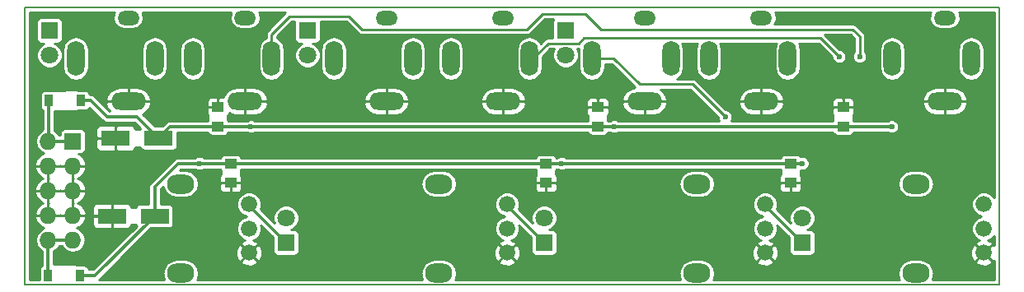
<source format=gbl>
G04 #@! TF.FileFunction,Copper,L2,Bot,Signal*
%FSLAX46Y46*%
G04 Gerber Fmt 4.6, Leading zero omitted, Abs format (unit mm)*
G04 Created by KiCad (PCBNEW 4.0.5) date 08/02/17 20:53:55*
%MOMM*%
%LPD*%
G01*
G04 APERTURE LIST*
%ADD10C,0.100000*%
%ADD11C,0.150000*%
%ADD12R,3.000000X1.600000*%
%ADD13R,0.900000X1.200000*%
%ADD14R,1.800000X1.800000*%
%ADD15C,1.800000*%
%ADD16R,1.250000X1.000000*%
%ADD17C,1.676400*%
%ADD18O,2.800000X2.000000*%
%ADD19R,1.727200X1.727200*%
%ADD20O,1.727200X1.727200*%
%ADD21O,3.600000X1.800000*%
%ADD22O,2.250000X1.500000*%
%ADD23O,1.800000X3.600000*%
%ADD24C,0.600000*%
%ADD25C,0.250000*%
%ADD26C,0.350000*%
G04 APERTURE END LIST*
D10*
D11*
X98501100Y-119238600D02*
X198501100Y-119238600D01*
X198501100Y-119238600D02*
X198501100Y-90768600D01*
X198501100Y-90768600D02*
X98501100Y-90768600D01*
X98501100Y-90768600D02*
X98501100Y-119238600D01*
D12*
X111800000Y-112200000D03*
X107400000Y-112200000D03*
X107800000Y-104200000D03*
X112200000Y-104200000D03*
D13*
X100950000Y-100300000D03*
X104250000Y-100300000D03*
X104150000Y-118300000D03*
X100850000Y-118300000D03*
D14*
X154000000Y-93100000D03*
D15*
X154000000Y-95640000D03*
D14*
X178300000Y-114940000D03*
D15*
X178300000Y-112400000D03*
D14*
X127500000Y-93100000D03*
D15*
X127500000Y-95640000D03*
D14*
X151800000Y-114940000D03*
D15*
X151800000Y-112400000D03*
D14*
X101000000Y-93100000D03*
D15*
X101000000Y-95640000D03*
D14*
X125300000Y-114940000D03*
D15*
X125300000Y-112400000D03*
D16*
X152000000Y-106800000D03*
X152000000Y-108800000D03*
X119600000Y-106800000D03*
X119600000Y-108800000D03*
X177100000Y-106800000D03*
X177100000Y-108800000D03*
X157300000Y-101000000D03*
X157300000Y-103000000D03*
X118300000Y-101000000D03*
X118300000Y-103000000D03*
X182500000Y-101000000D03*
X182500000Y-103000000D03*
D17*
X196950000Y-116000000D03*
X196950000Y-113500000D03*
X196950000Y-111000000D03*
D18*
X189950000Y-108900000D03*
X189950000Y-118100000D03*
D17*
X174500000Y-116000000D03*
X174500000Y-113500000D03*
X174500000Y-111000000D03*
D18*
X167500000Y-108900000D03*
X167500000Y-118100000D03*
D17*
X148000000Y-116000000D03*
X148000000Y-113500000D03*
X148000000Y-111000000D03*
D18*
X141000000Y-108900000D03*
X141000000Y-118100000D03*
D17*
X121500000Y-116000000D03*
X121500000Y-113500000D03*
X121500000Y-111000000D03*
D18*
X114500000Y-108900000D03*
X114500000Y-118100000D03*
D19*
X103400000Y-104500000D03*
D20*
X100860000Y-104500000D03*
X103400000Y-107040000D03*
X100860000Y-107040000D03*
X103400000Y-109580000D03*
X100860000Y-109580000D03*
X103400000Y-112120000D03*
X100860000Y-112120000D03*
X103400000Y-114660000D03*
X100860000Y-114660000D03*
D21*
X109100000Y-100400000D03*
D22*
X109100000Y-91800000D03*
D23*
X111800000Y-96000000D03*
X103700000Y-96000000D03*
D21*
X135600000Y-100400000D03*
D22*
X135600000Y-91800000D03*
D23*
X138300000Y-96000000D03*
X130200000Y-96000000D03*
D21*
X162100000Y-100400000D03*
D22*
X162100000Y-91800000D03*
D23*
X164800000Y-96000000D03*
X156700000Y-96000000D03*
D21*
X192950000Y-100400000D03*
D22*
X192950000Y-91800000D03*
D23*
X195650000Y-96000000D03*
X187550000Y-96000000D03*
D21*
X121100000Y-100400000D03*
D22*
X121100000Y-91800000D03*
D23*
X123800000Y-96000000D03*
X115700000Y-96000000D03*
D21*
X147600000Y-100400000D03*
D22*
X147600000Y-91800000D03*
D23*
X150300000Y-96000000D03*
X142200000Y-96000000D03*
D21*
X174100000Y-100400000D03*
D22*
X174100000Y-91800000D03*
D23*
X176800000Y-96000000D03*
X168700000Y-96000000D03*
D24*
X170400000Y-102000000D03*
X116400000Y-106800000D03*
X153600000Y-106800000D03*
X178300000Y-106800000D03*
X187500000Y-103000000D03*
X121700000Y-103000000D03*
X159000000Y-103000000D03*
X184200000Y-95800000D03*
X182100000Y-95800000D03*
D25*
X122900000Y-112540000D02*
X125300000Y-114940000D01*
X122360000Y-112000000D02*
X122900000Y-112540000D01*
X122900000Y-112540000D02*
X121500000Y-111140000D01*
X121500000Y-111140000D02*
X121500000Y-111000000D01*
X149160000Y-112300000D02*
X151800000Y-114940000D01*
X148860000Y-112000000D02*
X149160000Y-112300000D01*
X149160000Y-112300000D02*
X148000000Y-111140000D01*
X148000000Y-111140000D02*
X148000000Y-111000000D01*
X175460000Y-112100000D02*
X178300000Y-114940000D01*
X175460000Y-112100000D02*
X174500000Y-111140000D01*
X175360000Y-112000000D02*
X175460000Y-112100000D01*
X174500000Y-111140000D02*
X174500000Y-111000000D01*
X170400000Y-102000000D02*
X167050000Y-98650000D01*
X158950000Y-96000000D02*
X161600000Y-98650000D01*
X161600000Y-98650000D02*
X167050000Y-98650000D01*
X156700000Y-96000000D02*
X158950000Y-96000000D01*
D26*
X104150000Y-118300000D02*
X105700000Y-118300000D01*
X105700000Y-118300000D02*
X111800000Y-112200000D01*
X153600000Y-106800000D02*
X176200000Y-106800000D01*
X176200000Y-106800000D02*
X178300000Y-106800000D01*
X177100000Y-106800000D02*
X176200000Y-106800000D01*
X118800000Y-106800000D02*
X151000000Y-106800000D01*
X151000000Y-106800000D02*
X153600000Y-106800000D01*
X152000000Y-106800000D02*
X151000000Y-106800000D01*
X116400000Y-106800000D02*
X118800000Y-106800000D01*
X119600000Y-106800000D02*
X118800000Y-106800000D01*
X111800000Y-109200000D02*
X114200000Y-106800000D01*
X114200000Y-106800000D02*
X116400000Y-106800000D01*
X111800000Y-112200000D02*
X111800000Y-109200000D01*
X113400000Y-103000000D02*
X119000000Y-103000000D01*
X112200000Y-104200000D02*
X113400000Y-103000000D01*
X106900000Y-102000000D02*
X110000000Y-102000000D01*
X110000000Y-102000000D02*
X112200000Y-104200000D01*
X105200000Y-100300000D02*
X106900000Y-102000000D01*
X104250000Y-100300000D02*
X105200000Y-100300000D01*
X184000000Y-103000000D02*
X187500000Y-103000000D01*
X159000000Y-103000000D02*
X181500000Y-103000000D01*
X181500000Y-103000000D02*
X184000000Y-103000000D01*
X182500000Y-103000000D02*
X181500000Y-103000000D01*
X121700000Y-103000000D02*
X155900000Y-103000000D01*
X155900000Y-103000000D02*
X159000000Y-103000000D01*
X157300000Y-103000000D02*
X155900000Y-103000000D01*
X119000000Y-103000000D02*
X121700000Y-103000000D01*
X118300000Y-103000000D02*
X119000000Y-103000000D01*
D25*
X184200000Y-93700000D02*
X184200000Y-95800000D01*
X157650000Y-93000000D02*
X183500000Y-93000000D01*
X183500000Y-93000000D02*
X184200000Y-93700000D01*
X156050000Y-91400000D02*
X157650000Y-93000000D01*
X151650000Y-91400000D02*
X156050000Y-91400000D01*
X150050000Y-93000000D02*
X151650000Y-91400000D01*
X133050000Y-93000000D02*
X150050000Y-93000000D01*
X131700000Y-91650000D02*
X133050000Y-93000000D01*
X125650000Y-91650000D02*
X131700000Y-91650000D01*
X123800000Y-93500000D02*
X125650000Y-91650000D01*
X123800000Y-96000000D02*
X123800000Y-93500000D01*
X180450000Y-94150000D02*
X182100000Y-95800000D01*
X155900000Y-93900000D02*
X180200000Y-93900000D01*
X180200000Y-93900000D02*
X180450000Y-94150000D01*
X155350000Y-94450000D02*
X155900000Y-93900000D01*
X152200000Y-94450000D02*
X155350000Y-94450000D01*
X150650000Y-96000000D02*
X152200000Y-94450000D01*
X150300000Y-96000000D02*
X150650000Y-96000000D01*
D26*
X100860000Y-114660000D02*
X100860000Y-118290000D01*
X100860000Y-118290000D02*
X100850000Y-118300000D01*
X103400000Y-114660000D02*
X100860000Y-114660000D01*
X100860000Y-104500000D02*
X103400000Y-104500000D01*
X100950000Y-100300000D02*
X100950000Y-104410000D01*
X100950000Y-104410000D02*
X100860000Y-104500000D01*
D25*
X99001100Y-91268600D02*
X107663698Y-91268600D01*
X110536302Y-91268600D02*
X119663698Y-91268600D01*
X122536302Y-91268600D02*
X125253582Y-91268600D01*
X175536302Y-91268600D02*
X191513698Y-91268600D01*
X194386302Y-91268600D02*
X198001100Y-91268600D01*
X99001100Y-91467800D02*
X107585714Y-91467800D01*
X110614287Y-91467800D02*
X119585714Y-91467800D01*
X122614287Y-91467800D02*
X125054382Y-91467800D01*
X175614287Y-91467800D02*
X191435714Y-91467800D01*
X194464287Y-91467800D02*
X198001100Y-91467800D01*
X99001100Y-91667000D02*
X107546090Y-91667000D01*
X110653911Y-91667000D02*
X119546090Y-91667000D01*
X122653911Y-91667000D02*
X124855182Y-91667000D01*
X175653911Y-91667000D02*
X191396090Y-91667000D01*
X194503911Y-91667000D02*
X198001100Y-91667000D01*
X99001100Y-91866200D02*
X99833891Y-91866200D01*
X102164284Y-91866200D02*
X107532802Y-91866200D01*
X110667197Y-91866200D02*
X119532802Y-91866200D01*
X122667197Y-91866200D02*
X124655982Y-91866200D01*
X175667197Y-91866200D02*
X191382802Y-91866200D01*
X194517197Y-91866200D02*
X198001100Y-91866200D01*
X99001100Y-92065400D02*
X99693932Y-92065400D01*
X102308000Y-92065400D02*
X107572425Y-92065400D01*
X110627574Y-92065400D02*
X119572425Y-92065400D01*
X122627574Y-92065400D02*
X124456782Y-92065400D01*
X151762418Y-92065400D02*
X152693932Y-92065400D01*
X175627574Y-92065400D02*
X191422425Y-92065400D01*
X194477574Y-92065400D02*
X198001100Y-92065400D01*
X99001100Y-92264600D02*
X99666674Y-92264600D01*
X102333326Y-92264600D02*
X107619063Y-92264600D01*
X110580936Y-92264600D02*
X119619063Y-92264600D01*
X122580936Y-92264600D02*
X124257582Y-92264600D01*
X125813218Y-92264600D02*
X126166674Y-92264600D01*
X128833326Y-92264600D02*
X131536782Y-92264600D01*
X151563218Y-92264600D02*
X152666674Y-92264600D01*
X175580936Y-92264600D02*
X191469063Y-92264600D01*
X194430936Y-92264600D02*
X198001100Y-92264600D01*
X99001100Y-92463800D02*
X99666674Y-92463800D01*
X102333326Y-92463800D02*
X107752164Y-92463800D01*
X110447835Y-92463800D02*
X119752164Y-92463800D01*
X122447835Y-92463800D02*
X124058382Y-92463800D01*
X125614018Y-92463800D02*
X126166674Y-92463800D01*
X128833326Y-92463800D02*
X131735982Y-92463800D01*
X151364018Y-92463800D02*
X152666674Y-92463800D01*
X183569378Y-92463800D02*
X191602164Y-92463800D01*
X194297835Y-92463800D02*
X198001100Y-92463800D01*
X99001100Y-92663000D02*
X99666674Y-92663000D01*
X102333326Y-92663000D02*
X107911899Y-92663000D01*
X110288100Y-92663000D02*
X119911899Y-92663000D01*
X122288100Y-92663000D02*
X123859182Y-92663000D01*
X125414818Y-92663000D02*
X126166674Y-92663000D01*
X128833326Y-92663000D02*
X131935182Y-92663000D01*
X151164818Y-92663000D02*
X152666674Y-92663000D01*
X183940818Y-92663000D02*
X191761899Y-92663000D01*
X194138100Y-92663000D02*
X198001100Y-92663000D01*
X99001100Y-92862200D02*
X99666674Y-92862200D01*
X102333326Y-92862200D02*
X108210023Y-92862200D01*
X109989976Y-92862200D02*
X120210023Y-92862200D01*
X121989976Y-92862200D02*
X123659982Y-92862200D01*
X125215618Y-92862200D02*
X126166674Y-92862200D01*
X128833326Y-92862200D02*
X132134382Y-92862200D01*
X150965618Y-92862200D02*
X152666674Y-92862200D01*
X184140018Y-92862200D02*
X192060023Y-92862200D01*
X193839976Y-92862200D02*
X198001100Y-92862200D01*
X99001100Y-93061400D02*
X99666674Y-93061400D01*
X102333326Y-93061400D02*
X123460782Y-93061400D01*
X125016418Y-93061400D02*
X126166674Y-93061400D01*
X128833326Y-93061400D02*
X132333582Y-93061400D01*
X150766418Y-93061400D02*
X152666674Y-93061400D01*
X184339218Y-93061400D02*
X198001100Y-93061400D01*
X99001100Y-93260600D02*
X99666674Y-93260600D01*
X102333326Y-93260600D02*
X123311193Y-93260600D01*
X124817218Y-93260600D02*
X126166674Y-93260600D01*
X128833326Y-93260600D02*
X132532782Y-93260600D01*
X150567218Y-93260600D02*
X152666674Y-93260600D01*
X184538418Y-93260600D02*
X198001100Y-93260600D01*
X99001100Y-93459800D02*
X99666674Y-93459800D01*
X102333326Y-93459800D02*
X123257997Y-93459800D01*
X124618018Y-93459800D02*
X126166674Y-93459800D01*
X128833326Y-93459800D02*
X132767186Y-93459800D01*
X150332813Y-93459800D02*
X152666674Y-93459800D01*
X184688274Y-93459800D02*
X198001100Y-93459800D01*
X99001100Y-93659000D02*
X99666674Y-93659000D01*
X102333326Y-93659000D02*
X123250000Y-93659000D01*
X124418818Y-93659000D02*
X126166674Y-93659000D01*
X128833326Y-93659000D02*
X152666674Y-93659000D01*
X180736818Y-93659000D02*
X183381182Y-93659000D01*
X184741845Y-93659000D02*
X198001100Y-93659000D01*
X99001100Y-93858200D02*
X99666674Y-93858200D01*
X102333326Y-93858200D02*
X103154138Y-93858200D01*
X104245863Y-93858200D02*
X111254138Y-93858200D01*
X112345863Y-93858200D02*
X115154138Y-93858200D01*
X116245863Y-93858200D02*
X123250000Y-93858200D01*
X124350000Y-93858200D02*
X126166674Y-93858200D01*
X128833326Y-93858200D02*
X129654138Y-93858200D01*
X130745863Y-93858200D02*
X137754138Y-93858200D01*
X138845863Y-93858200D02*
X141654138Y-93858200D01*
X142745863Y-93858200D02*
X149754138Y-93858200D01*
X150845863Y-93858200D02*
X152666674Y-93858200D01*
X180936018Y-93858200D02*
X183580382Y-93858200D01*
X184750000Y-93858200D02*
X187004138Y-93858200D01*
X188095863Y-93858200D02*
X195104138Y-93858200D01*
X196195863Y-93858200D02*
X198001100Y-93858200D01*
X99001100Y-94057400D02*
X99677474Y-94057400D01*
X102321702Y-94057400D02*
X102856015Y-94057400D01*
X104543986Y-94057400D02*
X110956015Y-94057400D01*
X112643986Y-94057400D02*
X114856015Y-94057400D01*
X116543986Y-94057400D02*
X122956014Y-94057400D01*
X124643987Y-94057400D02*
X126177474Y-94057400D01*
X128821702Y-94057400D02*
X129356015Y-94057400D01*
X131043986Y-94057400D02*
X137456015Y-94057400D01*
X139143986Y-94057400D02*
X141356015Y-94057400D01*
X143043986Y-94057400D02*
X149456015Y-94057400D01*
X151143986Y-94057400D02*
X151816615Y-94057400D01*
X181135218Y-94057400D02*
X183650000Y-94057400D01*
X184750000Y-94057400D02*
X186706015Y-94057400D01*
X188393986Y-94057400D02*
X194806015Y-94057400D01*
X196493986Y-94057400D02*
X198001100Y-94057400D01*
X99001100Y-94256600D02*
X99760080Y-94256600D01*
X102239050Y-94256600D02*
X102671473Y-94256600D01*
X104728528Y-94256600D02*
X110771473Y-94256600D01*
X112828528Y-94256600D02*
X114671473Y-94256600D01*
X116728528Y-94256600D02*
X122771473Y-94256600D01*
X124828528Y-94256600D02*
X126260080Y-94256600D01*
X128739050Y-94256600D02*
X129171473Y-94256600D01*
X131228528Y-94256600D02*
X137271473Y-94256600D01*
X139328528Y-94256600D02*
X141171473Y-94256600D01*
X143228528Y-94256600D02*
X149271473Y-94256600D01*
X151328528Y-94256600D02*
X151615582Y-94256600D01*
X181334418Y-94256600D02*
X183650000Y-94256600D01*
X184750000Y-94256600D02*
X186521473Y-94256600D01*
X188578528Y-94256600D02*
X194621473Y-94256600D01*
X196678528Y-94256600D02*
X198001100Y-94256600D01*
X99001100Y-94455800D02*
X100396281Y-94455800D01*
X101603243Y-94455800D02*
X102538371Y-94455800D01*
X104861630Y-94455800D02*
X110638371Y-94455800D01*
X112961630Y-94455800D02*
X114538371Y-94455800D01*
X116861630Y-94455800D02*
X122638371Y-94455800D01*
X124961630Y-94455800D02*
X126896281Y-94455800D01*
X128103243Y-94455800D02*
X129038371Y-94455800D01*
X131361630Y-94455800D02*
X137138371Y-94455800D01*
X139461630Y-94455800D02*
X141038371Y-94455800D01*
X143361630Y-94455800D02*
X149138371Y-94455800D01*
X165961630Y-94455800D02*
X167538371Y-94455800D01*
X169861630Y-94455800D02*
X175638371Y-94455800D01*
X177961630Y-94455800D02*
X179977983Y-94455800D01*
X181533618Y-94455800D02*
X183650000Y-94455800D01*
X184750000Y-94455800D02*
X186388371Y-94455800D01*
X188711630Y-94455800D02*
X194488371Y-94455800D01*
X196811630Y-94455800D02*
X198001100Y-94455800D01*
X99001100Y-94655000D02*
X100111251Y-94655000D01*
X101888918Y-94655000D02*
X102454846Y-94655000D01*
X104945155Y-94655000D02*
X110554846Y-94655000D01*
X113045155Y-94655000D02*
X114454846Y-94655000D01*
X116945155Y-94655000D02*
X122554846Y-94655000D01*
X125045155Y-94655000D02*
X126611251Y-94655000D01*
X128388918Y-94655000D02*
X128954846Y-94655000D01*
X131445155Y-94655000D02*
X137054846Y-94655000D01*
X139545155Y-94655000D02*
X140954846Y-94655000D01*
X143445155Y-94655000D02*
X149054846Y-94655000D01*
X166045155Y-94655000D02*
X167454846Y-94655000D01*
X169945155Y-94655000D02*
X175554846Y-94655000D01*
X178045155Y-94655000D02*
X180177182Y-94655000D01*
X181732818Y-94655000D02*
X183650000Y-94655000D01*
X184750000Y-94655000D02*
X186304846Y-94655000D01*
X188795155Y-94655000D02*
X194404846Y-94655000D01*
X196895155Y-94655000D02*
X198001100Y-94655000D01*
X99001100Y-94854200D02*
X99911703Y-94854200D01*
X102087771Y-94854200D02*
X102415223Y-94854200D01*
X104984778Y-94854200D02*
X110515223Y-94854200D01*
X113084778Y-94854200D02*
X114415223Y-94854200D01*
X116984778Y-94854200D02*
X122515223Y-94854200D01*
X125084778Y-94854200D02*
X126411703Y-94854200D01*
X128587771Y-94854200D02*
X128915223Y-94854200D01*
X131484778Y-94854200D02*
X137015223Y-94854200D01*
X139584778Y-94854200D02*
X140915223Y-94854200D01*
X143484778Y-94854200D02*
X149015223Y-94854200D01*
X166084778Y-94854200D02*
X167415223Y-94854200D01*
X169984778Y-94854200D02*
X175515223Y-94854200D01*
X178084778Y-94854200D02*
X180376382Y-94854200D01*
X181932018Y-94854200D02*
X183650000Y-94854200D01*
X184750000Y-94854200D02*
X186265223Y-94854200D01*
X188834778Y-94854200D02*
X194365223Y-94854200D01*
X196934778Y-94854200D02*
X198001100Y-94854200D01*
X99001100Y-95053400D02*
X99808890Y-95053400D01*
X102191275Y-95053400D02*
X102375599Y-95053400D01*
X105024402Y-95053400D02*
X110475599Y-95053400D01*
X113124402Y-95053400D02*
X114375599Y-95053400D01*
X117024402Y-95053400D02*
X122475599Y-95053400D01*
X125124402Y-95053400D02*
X126308890Y-95053400D01*
X128691275Y-95053400D02*
X128875599Y-95053400D01*
X131524402Y-95053400D02*
X136975599Y-95053400D01*
X139624402Y-95053400D02*
X140875599Y-95053400D01*
X143524402Y-95053400D02*
X148975599Y-95053400D01*
X152374418Y-95053400D02*
X152808890Y-95053400D01*
X155191274Y-95053400D02*
X155375599Y-95053400D01*
X166124402Y-95053400D02*
X167375599Y-95053400D01*
X170024402Y-95053400D02*
X175475599Y-95053400D01*
X178124402Y-95053400D02*
X180575582Y-95053400D01*
X182131218Y-95053400D02*
X183650000Y-95053400D01*
X184750000Y-95053400D02*
X186225599Y-95053400D01*
X188874402Y-95053400D02*
X194325599Y-95053400D01*
X196974402Y-95053400D02*
X198001100Y-95053400D01*
X99001100Y-95252600D02*
X99726175Y-95252600D01*
X102273582Y-95252600D02*
X102375000Y-95252600D01*
X105025000Y-95252600D02*
X110475000Y-95252600D01*
X113125000Y-95252600D02*
X114375000Y-95252600D01*
X117025000Y-95252600D02*
X122475000Y-95252600D01*
X125125000Y-95252600D02*
X126226175Y-95252600D01*
X128773582Y-95252600D02*
X128875000Y-95252600D01*
X131525000Y-95252600D02*
X136975000Y-95252600D01*
X139625000Y-95252600D02*
X140875000Y-95252600D01*
X143525000Y-95252600D02*
X148975000Y-95252600D01*
X152175218Y-95252600D02*
X152726175Y-95252600D01*
X155273581Y-95252600D02*
X155375000Y-95252600D01*
X166125000Y-95252600D02*
X167375000Y-95252600D01*
X170025000Y-95252600D02*
X175475000Y-95252600D01*
X178125000Y-95252600D02*
X180774782Y-95252600D01*
X182577967Y-95252600D02*
X183650000Y-95252600D01*
X184750000Y-95252600D02*
X186225000Y-95252600D01*
X188875000Y-95252600D02*
X194325000Y-95252600D01*
X196975000Y-95252600D02*
X198001100Y-95252600D01*
X99001100Y-95451800D02*
X99675165Y-95451800D01*
X102325164Y-95451800D02*
X102375000Y-95451800D01*
X105025000Y-95451800D02*
X110475000Y-95451800D01*
X113125000Y-95451800D02*
X114375000Y-95451800D01*
X117025000Y-95451800D02*
X122475000Y-95451800D01*
X125125000Y-95451800D02*
X126175165Y-95451800D01*
X128825164Y-95451800D02*
X128875000Y-95451800D01*
X131525000Y-95451800D02*
X136975000Y-95451800D01*
X139625000Y-95451800D02*
X140875000Y-95451800D01*
X143525000Y-95451800D02*
X148975000Y-95451800D01*
X151976018Y-95451800D02*
X152675165Y-95451800D01*
X155325164Y-95451800D02*
X155375000Y-95451800D01*
X166125000Y-95451800D02*
X167375000Y-95451800D01*
X170025000Y-95451800D02*
X175475000Y-95451800D01*
X178125000Y-95451800D02*
X180973982Y-95451800D01*
X182740579Y-95451800D02*
X183559567Y-95451800D01*
X184840579Y-95451800D02*
X186225000Y-95451800D01*
X188875000Y-95451800D02*
X194325000Y-95451800D01*
X196975000Y-95451800D02*
X198001100Y-95451800D01*
X99001100Y-95651000D02*
X99674991Y-95651000D01*
X102324990Y-95651000D02*
X102375000Y-95651000D01*
X105025000Y-95651000D02*
X110475000Y-95651000D01*
X113125000Y-95651000D02*
X114375000Y-95651000D01*
X117025000Y-95651000D02*
X122475000Y-95651000D01*
X125125000Y-95651000D02*
X126174991Y-95651000D01*
X128824990Y-95651000D02*
X128875000Y-95651000D01*
X131525000Y-95651000D02*
X136975000Y-95651000D01*
X139625000Y-95651000D02*
X140875000Y-95651000D01*
X143525000Y-95651000D02*
X148975000Y-95651000D01*
X151776818Y-95651000D02*
X152674991Y-95651000D01*
X155324990Y-95651000D02*
X155375000Y-95651000D01*
X166125000Y-95651000D02*
X167375000Y-95651000D01*
X170025000Y-95651000D02*
X175475000Y-95651000D01*
X178125000Y-95651000D02*
X181173182Y-95651000D01*
X182822887Y-95651000D02*
X183476852Y-95651000D01*
X184922887Y-95651000D02*
X186225000Y-95651000D01*
X188875000Y-95651000D02*
X194325000Y-95651000D01*
X196975000Y-95651000D02*
X198001100Y-95651000D01*
X99001100Y-95850200D02*
X99674817Y-95850200D01*
X102324816Y-95850200D02*
X102375000Y-95850200D01*
X105025000Y-95850200D02*
X110475000Y-95850200D01*
X113125000Y-95850200D02*
X114375000Y-95850200D01*
X117025000Y-95850200D02*
X122475000Y-95850200D01*
X125125000Y-95850200D02*
X126174817Y-95850200D01*
X128824816Y-95850200D02*
X128875000Y-95850200D01*
X131525000Y-95850200D02*
X136975000Y-95850200D01*
X139625000Y-95850200D02*
X140875000Y-95850200D01*
X143525000Y-95850200D02*
X148975000Y-95850200D01*
X151625000Y-95850200D02*
X152674817Y-95850200D01*
X155324816Y-95850200D02*
X155375000Y-95850200D01*
X166125000Y-95850200D02*
X167375000Y-95850200D01*
X170025000Y-95850200D02*
X175475000Y-95850200D01*
X178125000Y-95850200D02*
X181372382Y-95850200D01*
X182824956Y-95850200D02*
X183474956Y-95850200D01*
X184924956Y-95850200D02*
X186225000Y-95850200D01*
X188875000Y-95850200D02*
X194325000Y-95850200D01*
X196975000Y-95850200D02*
X198001100Y-95850200D01*
X99001100Y-96049400D02*
X99735509Y-96049400D01*
X102264690Y-96049400D02*
X102375000Y-96049400D01*
X105025000Y-96049400D02*
X110475000Y-96049400D01*
X113125000Y-96049400D02*
X114375000Y-96049400D01*
X117025000Y-96049400D02*
X122475000Y-96049400D01*
X125125000Y-96049400D02*
X126235509Y-96049400D01*
X128764690Y-96049400D02*
X128875000Y-96049400D01*
X131525000Y-96049400D02*
X136975000Y-96049400D01*
X139625000Y-96049400D02*
X140875000Y-96049400D01*
X143525000Y-96049400D02*
X148975000Y-96049400D01*
X151625000Y-96049400D02*
X152735509Y-96049400D01*
X155264690Y-96049400D02*
X155375000Y-96049400D01*
X166125000Y-96049400D02*
X167375000Y-96049400D01*
X170025000Y-96049400D02*
X175475000Y-96049400D01*
X178125000Y-96049400D02*
X181418598Y-96049400D01*
X182781458Y-96049400D02*
X183518598Y-96049400D01*
X184881458Y-96049400D02*
X186225000Y-96049400D01*
X188875000Y-96049400D02*
X194325000Y-96049400D01*
X196975000Y-96049400D02*
X198001100Y-96049400D01*
X99001100Y-96248600D02*
X99817816Y-96248600D01*
X102181975Y-96248600D02*
X102375000Y-96248600D01*
X105025000Y-96248600D02*
X110475000Y-96248600D01*
X113125000Y-96248600D02*
X114375000Y-96248600D01*
X117025000Y-96248600D02*
X122475000Y-96248600D01*
X125125000Y-96248600D02*
X126317816Y-96248600D01*
X128681975Y-96248600D02*
X128875000Y-96248600D01*
X131525000Y-96248600D02*
X136975000Y-96248600D01*
X139625000Y-96248600D02*
X140875000Y-96248600D01*
X143525000Y-96248600D02*
X148975000Y-96248600D01*
X151625000Y-96248600D02*
X152817816Y-96248600D01*
X155181975Y-96248600D02*
X155375000Y-96248600D01*
X166125000Y-96248600D02*
X167375000Y-96248600D01*
X170025000Y-96248600D02*
X175475000Y-96248600D01*
X178125000Y-96248600D02*
X181523405Y-96248600D01*
X182676817Y-96248600D02*
X183623405Y-96248600D01*
X184776817Y-96248600D02*
X186225000Y-96248600D01*
X188875000Y-96248600D02*
X194325000Y-96248600D01*
X196975000Y-96248600D02*
X198001100Y-96248600D01*
X99001100Y-96447800D02*
X99934191Y-96447800D01*
X102066258Y-96447800D02*
X102375000Y-96447800D01*
X105025000Y-96447800D02*
X110475000Y-96447800D01*
X113125000Y-96447800D02*
X114375000Y-96447800D01*
X117025000Y-96447800D02*
X122475000Y-96447800D01*
X125125000Y-96447800D02*
X126434191Y-96447800D01*
X128566258Y-96447800D02*
X128875000Y-96447800D01*
X131525000Y-96447800D02*
X136975000Y-96447800D01*
X139625000Y-96447800D02*
X140875000Y-96447800D01*
X143525000Y-96447800D02*
X148975000Y-96447800D01*
X151625000Y-96447800D02*
X152934191Y-96447800D01*
X155066258Y-96447800D02*
X155375000Y-96447800D01*
X166125000Y-96447800D02*
X167375000Y-96447800D01*
X170025000Y-96447800D02*
X175475000Y-96447800D01*
X178125000Y-96447800D02*
X181769540Y-96447800D01*
X182430722Y-96447800D02*
X183869540Y-96447800D01*
X184530722Y-96447800D02*
X186225000Y-96447800D01*
X188875000Y-96447800D02*
X194325000Y-96447800D01*
X196975000Y-96447800D02*
X198001100Y-96447800D01*
X99001100Y-96647000D02*
X100133044Y-96647000D01*
X101866711Y-96647000D02*
X102375000Y-96647000D01*
X105025000Y-96647000D02*
X110475000Y-96647000D01*
X113125000Y-96647000D02*
X114375000Y-96647000D01*
X117025000Y-96647000D02*
X122475000Y-96647000D01*
X125125000Y-96647000D02*
X126633044Y-96647000D01*
X128366711Y-96647000D02*
X128875000Y-96647000D01*
X131525000Y-96647000D02*
X136975000Y-96647000D01*
X139625000Y-96647000D02*
X140875000Y-96647000D01*
X143525000Y-96647000D02*
X148975000Y-96647000D01*
X151625000Y-96647000D02*
X153133044Y-96647000D01*
X154866711Y-96647000D02*
X155375000Y-96647000D01*
X158025000Y-96647000D02*
X158819182Y-96647000D01*
X166125000Y-96647000D02*
X167375000Y-96647000D01*
X170025000Y-96647000D02*
X175475000Y-96647000D01*
X178125000Y-96647000D02*
X186225000Y-96647000D01*
X188875000Y-96647000D02*
X194325000Y-96647000D01*
X196975000Y-96647000D02*
X198001100Y-96647000D01*
X99001100Y-96846200D02*
X100449739Y-96846200D01*
X101550474Y-96846200D02*
X102375000Y-96846200D01*
X105025000Y-96846200D02*
X110475000Y-96846200D01*
X113125000Y-96846200D02*
X114375000Y-96846200D01*
X117025000Y-96846200D02*
X122475000Y-96846200D01*
X125125000Y-96846200D02*
X126949739Y-96846200D01*
X128050474Y-96846200D02*
X128875000Y-96846200D01*
X131525000Y-96846200D02*
X136975000Y-96846200D01*
X139625000Y-96846200D02*
X140875000Y-96846200D01*
X143525000Y-96846200D02*
X148975000Y-96846200D01*
X151625000Y-96846200D02*
X153449739Y-96846200D01*
X154550474Y-96846200D02*
X155375000Y-96846200D01*
X158025000Y-96846200D02*
X159018382Y-96846200D01*
X166125000Y-96846200D02*
X167375000Y-96846200D01*
X170025000Y-96846200D02*
X175475000Y-96846200D01*
X178125000Y-96846200D02*
X186225000Y-96846200D01*
X188875000Y-96846200D02*
X194325000Y-96846200D01*
X196975000Y-96846200D02*
X198001100Y-96846200D01*
X99001100Y-97045400D02*
X102395251Y-97045400D01*
X105004748Y-97045400D02*
X110495251Y-97045400D01*
X113104748Y-97045400D02*
X114395251Y-97045400D01*
X117004748Y-97045400D02*
X122495251Y-97045400D01*
X125104748Y-97045400D02*
X128895251Y-97045400D01*
X131504748Y-97045400D02*
X136995251Y-97045400D01*
X139604748Y-97045400D02*
X140895251Y-97045400D01*
X143504748Y-97045400D02*
X148995251Y-97045400D01*
X151604748Y-97045400D02*
X155395251Y-97045400D01*
X158004748Y-97045400D02*
X159217582Y-97045400D01*
X166104748Y-97045400D02*
X167395251Y-97045400D01*
X170004748Y-97045400D02*
X175495251Y-97045400D01*
X178104748Y-97045400D02*
X186245251Y-97045400D01*
X188854748Y-97045400D02*
X194345251Y-97045400D01*
X196954748Y-97045400D02*
X198001100Y-97045400D01*
X99001100Y-97244600D02*
X102434874Y-97244600D01*
X104965125Y-97244600D02*
X110534874Y-97244600D01*
X113065125Y-97244600D02*
X114434874Y-97244600D01*
X116965125Y-97244600D02*
X122534874Y-97244600D01*
X125065125Y-97244600D02*
X128934874Y-97244600D01*
X131465125Y-97244600D02*
X137034874Y-97244600D01*
X139565125Y-97244600D02*
X140934874Y-97244600D01*
X143465125Y-97244600D02*
X149034874Y-97244600D01*
X151565125Y-97244600D02*
X155434874Y-97244600D01*
X157965125Y-97244600D02*
X159416782Y-97244600D01*
X166065125Y-97244600D02*
X167434874Y-97244600D01*
X169965125Y-97244600D02*
X175534874Y-97244600D01*
X178065125Y-97244600D02*
X186284874Y-97244600D01*
X188815125Y-97244600D02*
X194384874Y-97244600D01*
X196915125Y-97244600D02*
X198001100Y-97244600D01*
X99001100Y-97443800D02*
X102474498Y-97443800D01*
X104925501Y-97443800D02*
X110574498Y-97443800D01*
X113025501Y-97443800D02*
X114474498Y-97443800D01*
X116925501Y-97443800D02*
X122574498Y-97443800D01*
X125025501Y-97443800D02*
X128974498Y-97443800D01*
X131425501Y-97443800D02*
X137074498Y-97443800D01*
X139525501Y-97443800D02*
X140974498Y-97443800D01*
X143425501Y-97443800D02*
X149074498Y-97443800D01*
X151525501Y-97443800D02*
X155474498Y-97443800D01*
X157925501Y-97443800D02*
X159615982Y-97443800D01*
X166025501Y-97443800D02*
X167474498Y-97443800D01*
X169925501Y-97443800D02*
X175574498Y-97443800D01*
X178025501Y-97443800D02*
X186324498Y-97443800D01*
X188775501Y-97443800D02*
X194424498Y-97443800D01*
X196875501Y-97443800D02*
X198001100Y-97443800D01*
X99001100Y-97643000D02*
X102604387Y-97643000D01*
X104795612Y-97643000D02*
X110704387Y-97643000D01*
X112895612Y-97643000D02*
X114604387Y-97643000D01*
X116795612Y-97643000D02*
X122704387Y-97643000D01*
X124895612Y-97643000D02*
X129104387Y-97643000D01*
X131295612Y-97643000D02*
X137204387Y-97643000D01*
X139395612Y-97643000D02*
X141104387Y-97643000D01*
X143295612Y-97643000D02*
X149204387Y-97643000D01*
X151395612Y-97643000D02*
X155604387Y-97643000D01*
X157795612Y-97643000D02*
X159815182Y-97643000D01*
X165895612Y-97643000D02*
X167604387Y-97643000D01*
X169795612Y-97643000D02*
X175704387Y-97643000D01*
X177895612Y-97643000D02*
X186454387Y-97643000D01*
X188645612Y-97643000D02*
X194554387Y-97643000D01*
X196745612Y-97643000D02*
X198001100Y-97643000D01*
X99001100Y-97842200D02*
X102737488Y-97842200D01*
X104662511Y-97842200D02*
X110837488Y-97842200D01*
X112762511Y-97842200D02*
X114737488Y-97842200D01*
X116662511Y-97842200D02*
X122837488Y-97842200D01*
X124762511Y-97842200D02*
X129237488Y-97842200D01*
X131162511Y-97842200D02*
X137337488Y-97842200D01*
X139262511Y-97842200D02*
X141237488Y-97842200D01*
X143162511Y-97842200D02*
X149337488Y-97842200D01*
X151262511Y-97842200D02*
X155737488Y-97842200D01*
X157662511Y-97842200D02*
X160014382Y-97842200D01*
X165762511Y-97842200D02*
X167737488Y-97842200D01*
X169662511Y-97842200D02*
X175837488Y-97842200D01*
X177762511Y-97842200D02*
X186587488Y-97842200D01*
X188512511Y-97842200D02*
X194687488Y-97842200D01*
X196612511Y-97842200D02*
X198001100Y-97842200D01*
X99001100Y-98041400D02*
X103003878Y-98041400D01*
X104396121Y-98041400D02*
X111103878Y-98041400D01*
X112496121Y-98041400D02*
X115003878Y-98041400D01*
X116396121Y-98041400D02*
X123103878Y-98041400D01*
X124496121Y-98041400D02*
X129503878Y-98041400D01*
X130896121Y-98041400D02*
X137603878Y-98041400D01*
X138996121Y-98041400D02*
X141503878Y-98041400D01*
X142896121Y-98041400D02*
X149603878Y-98041400D01*
X150996121Y-98041400D02*
X156003878Y-98041400D01*
X157396121Y-98041400D02*
X160213582Y-98041400D01*
X165496121Y-98041400D02*
X168003878Y-98041400D01*
X169396121Y-98041400D02*
X176103878Y-98041400D01*
X177496121Y-98041400D02*
X186853878Y-98041400D01*
X188246121Y-98041400D02*
X194953878Y-98041400D01*
X196346121Y-98041400D02*
X198001100Y-98041400D01*
X99001100Y-98240600D02*
X103559285Y-98240600D01*
X103840714Y-98240600D02*
X111659285Y-98240600D01*
X111940714Y-98240600D02*
X115559285Y-98240600D01*
X115840714Y-98240600D02*
X123659285Y-98240600D01*
X123940714Y-98240600D02*
X130059285Y-98240600D01*
X130340714Y-98240600D02*
X138159285Y-98240600D01*
X138440714Y-98240600D02*
X142059285Y-98240600D01*
X142340714Y-98240600D02*
X150159285Y-98240600D01*
X150440714Y-98240600D02*
X156559285Y-98240600D01*
X156840714Y-98240600D02*
X160412782Y-98240600D01*
X167408243Y-98240600D02*
X168559285Y-98240600D01*
X168840714Y-98240600D02*
X176659285Y-98240600D01*
X176940714Y-98240600D02*
X187409285Y-98240600D01*
X187690714Y-98240600D02*
X195509285Y-98240600D01*
X195790714Y-98240600D02*
X198001100Y-98240600D01*
X99001100Y-98439800D02*
X160611982Y-98439800D01*
X167617618Y-98439800D02*
X198001100Y-98439800D01*
X99001100Y-98639000D02*
X160811182Y-98639000D01*
X167816818Y-98639000D02*
X198001100Y-98639000D01*
X99001100Y-98838200D02*
X161010382Y-98838200D01*
X168016018Y-98838200D02*
X198001100Y-98838200D01*
X99001100Y-99037400D02*
X107886947Y-99037400D01*
X109095000Y-99037400D02*
X109105000Y-99037400D01*
X110313054Y-99037400D02*
X119886947Y-99037400D01*
X121095000Y-99037400D02*
X121105000Y-99037400D01*
X122313054Y-99037400D02*
X134386947Y-99037400D01*
X135595000Y-99037400D02*
X135605000Y-99037400D01*
X136813054Y-99037400D02*
X146386947Y-99037400D01*
X147595000Y-99037400D02*
X147605000Y-99037400D01*
X148813054Y-99037400D02*
X160886949Y-99037400D01*
X168215218Y-99037400D02*
X172886947Y-99037400D01*
X174095000Y-99037400D02*
X174105000Y-99037400D01*
X175313054Y-99037400D02*
X191736947Y-99037400D01*
X192945000Y-99037400D02*
X192955000Y-99037400D01*
X194163054Y-99037400D02*
X198001100Y-99037400D01*
X99001100Y-99236600D02*
X102318989Y-99236600D01*
X103905195Y-99236600D02*
X107425458Y-99236600D01*
X109095000Y-99236600D02*
X109105000Y-99236600D01*
X110774543Y-99236600D02*
X119425458Y-99236600D01*
X121095000Y-99236600D02*
X121105000Y-99236600D01*
X122774543Y-99236600D02*
X133925458Y-99236600D01*
X135595000Y-99236600D02*
X135605000Y-99236600D01*
X137274543Y-99236600D02*
X145925458Y-99236600D01*
X147595000Y-99236600D02*
X147605000Y-99236600D01*
X149274543Y-99236600D02*
X160425458Y-99236600D01*
X163774542Y-99236600D02*
X166858782Y-99236600D01*
X168414418Y-99236600D02*
X172425458Y-99236600D01*
X174095000Y-99236600D02*
X174105000Y-99236600D01*
X175774543Y-99236600D02*
X191275458Y-99236600D01*
X192945000Y-99236600D02*
X192955000Y-99236600D01*
X194624543Y-99236600D02*
X198001100Y-99236600D01*
X99001100Y-99435800D02*
X100166143Y-99435800D01*
X105035029Y-99435800D02*
X107162386Y-99435800D01*
X109095000Y-99435800D02*
X109105000Y-99435800D01*
X111037615Y-99435800D02*
X119162386Y-99435800D01*
X121095000Y-99435800D02*
X121105000Y-99435800D01*
X123037615Y-99435800D02*
X133662386Y-99435800D01*
X135595000Y-99435800D02*
X135605000Y-99435800D01*
X137537615Y-99435800D02*
X145662386Y-99435800D01*
X147595000Y-99435800D02*
X147605000Y-99435800D01*
X149537615Y-99435800D02*
X160162386Y-99435800D01*
X164037615Y-99435800D02*
X167057982Y-99435800D01*
X168613618Y-99435800D02*
X172162386Y-99435800D01*
X174095000Y-99435800D02*
X174105000Y-99435800D01*
X176037615Y-99435800D02*
X191012386Y-99435800D01*
X192945000Y-99435800D02*
X192955000Y-99435800D01*
X194887615Y-99435800D02*
X198001100Y-99435800D01*
X99001100Y-99635000D02*
X100079837Y-99635000D01*
X105121096Y-99635000D02*
X107030293Y-99635000D01*
X109095000Y-99635000D02*
X109105000Y-99635000D01*
X111169708Y-99635000D02*
X119030293Y-99635000D01*
X121095000Y-99635000D02*
X121105000Y-99635000D01*
X123169708Y-99635000D02*
X133530293Y-99635000D01*
X135595000Y-99635000D02*
X135605000Y-99635000D01*
X137669708Y-99635000D02*
X145530293Y-99635000D01*
X147595000Y-99635000D02*
X147605000Y-99635000D01*
X149669708Y-99635000D02*
X160030293Y-99635000D01*
X164169708Y-99635000D02*
X167257182Y-99635000D01*
X168812818Y-99635000D02*
X172030293Y-99635000D01*
X174095000Y-99635000D02*
X174105000Y-99635000D01*
X176169708Y-99635000D02*
X190880293Y-99635000D01*
X192945000Y-99635000D02*
X192955000Y-99635000D01*
X195019708Y-99635000D02*
X198001100Y-99635000D01*
X99001100Y-99834200D02*
X100066674Y-99834200D01*
X105562102Y-99834200D02*
X106898200Y-99834200D01*
X109095000Y-99834200D02*
X109105000Y-99834200D01*
X111301801Y-99834200D02*
X118898200Y-99834200D01*
X121095000Y-99834200D02*
X121105000Y-99834200D01*
X123301801Y-99834200D02*
X133398200Y-99834200D01*
X135595000Y-99834200D02*
X135605000Y-99834200D01*
X137801801Y-99834200D02*
X145398200Y-99834200D01*
X147595000Y-99834200D02*
X147605000Y-99834200D01*
X149801801Y-99834200D02*
X159898200Y-99834200D01*
X164301801Y-99834200D02*
X167456382Y-99834200D01*
X169012018Y-99834200D02*
X171898200Y-99834200D01*
X174095000Y-99834200D02*
X174105000Y-99834200D01*
X176301801Y-99834200D02*
X190748200Y-99834200D01*
X192945000Y-99834200D02*
X192955000Y-99834200D01*
X195151801Y-99834200D02*
X198001100Y-99834200D01*
X99001100Y-100033400D02*
X100066674Y-100033400D01*
X105781928Y-100033400D02*
X106832462Y-100033400D01*
X109095000Y-100033400D02*
X109105000Y-100033400D01*
X111367539Y-100033400D02*
X117429580Y-100033400D01*
X118222150Y-100033400D02*
X118377850Y-100033400D01*
X121095000Y-100033400D02*
X121105000Y-100033400D01*
X123367539Y-100033400D02*
X133332462Y-100033400D01*
X135595000Y-100033400D02*
X135605000Y-100033400D01*
X137867539Y-100033400D02*
X145332462Y-100033400D01*
X147595000Y-100033400D02*
X147605000Y-100033400D01*
X149867539Y-100033400D02*
X156429580Y-100033400D01*
X157222150Y-100033400D02*
X157377850Y-100033400D01*
X158170421Y-100033400D02*
X159832462Y-100033400D01*
X164367539Y-100033400D02*
X167655582Y-100033400D01*
X169211218Y-100033400D02*
X171832462Y-100033400D01*
X174095000Y-100033400D02*
X174105000Y-100033400D01*
X176367539Y-100033400D02*
X181629580Y-100033400D01*
X182422150Y-100033400D02*
X182577850Y-100033400D01*
X183370421Y-100033400D02*
X190682462Y-100033400D01*
X192945000Y-100033400D02*
X192955000Y-100033400D01*
X195217539Y-100033400D02*
X198001100Y-100033400D01*
X99001100Y-100232600D02*
X100066674Y-100232600D01*
X105981128Y-100232600D02*
X106823969Y-100232600D01*
X109095000Y-100232600D02*
X109105000Y-100232600D01*
X111376030Y-100232600D02*
X117217505Y-100232600D01*
X118295000Y-100232600D02*
X118305000Y-100232600D01*
X121095000Y-100232600D02*
X121105000Y-100232600D01*
X123376030Y-100232600D02*
X133323969Y-100232600D01*
X135595000Y-100232600D02*
X135605000Y-100232600D01*
X137876030Y-100232600D02*
X145323969Y-100232600D01*
X147595000Y-100232600D02*
X147605000Y-100232600D01*
X149876030Y-100232600D02*
X156217505Y-100232600D01*
X157295000Y-100232600D02*
X157305000Y-100232600D01*
X158382496Y-100232600D02*
X159823969Y-100232600D01*
X164376030Y-100232600D02*
X167854782Y-100232600D01*
X169410418Y-100232600D02*
X171823969Y-100232600D01*
X174095000Y-100232600D02*
X174105000Y-100232600D01*
X176376030Y-100232600D02*
X181417505Y-100232600D01*
X182495000Y-100232600D02*
X182505000Y-100232600D01*
X183582496Y-100232600D02*
X190673969Y-100232600D01*
X192945000Y-100232600D02*
X192955000Y-100232600D01*
X195226030Y-100232600D02*
X198001100Y-100232600D01*
X99001100Y-100431800D02*
X100066674Y-100431800D01*
X106180328Y-100431800D02*
X106892680Y-100431800D01*
X111307321Y-100431800D02*
X117150000Y-100431800D01*
X118295000Y-100431800D02*
X118305000Y-100431800D01*
X121095000Y-100431800D02*
X121105000Y-100431800D01*
X123307321Y-100431800D02*
X133392680Y-100431800D01*
X135595000Y-100431800D02*
X135605000Y-100431800D01*
X137807321Y-100431800D02*
X145392680Y-100431800D01*
X147595000Y-100431800D02*
X147605000Y-100431800D01*
X149807321Y-100431800D02*
X156150000Y-100431800D01*
X157295000Y-100431800D02*
X157305000Y-100431800D01*
X158450000Y-100431800D02*
X159892680Y-100431800D01*
X162095000Y-100431800D02*
X162105000Y-100431800D01*
X164307321Y-100431800D02*
X168053982Y-100431800D01*
X169609618Y-100431800D02*
X171892680Y-100431800D01*
X174095000Y-100431800D02*
X174105000Y-100431800D01*
X176307321Y-100431800D02*
X181350000Y-100431800D01*
X182495000Y-100431800D02*
X182505000Y-100431800D01*
X183650000Y-100431800D02*
X190742680Y-100431800D01*
X192945000Y-100431800D02*
X192955000Y-100431800D01*
X195157321Y-100431800D02*
X198001100Y-100431800D01*
X99001100Y-100631000D02*
X100066674Y-100631000D01*
X106379528Y-100631000D02*
X106794221Y-100631000D01*
X111405778Y-100631000D02*
X117150000Y-100631000D01*
X118295000Y-100631000D02*
X118305000Y-100631000D01*
X121095000Y-100631000D02*
X121105000Y-100631000D01*
X123405778Y-100631000D02*
X133294221Y-100631000D01*
X135595000Y-100631000D02*
X135605000Y-100631000D01*
X137905778Y-100631000D02*
X145294221Y-100631000D01*
X147595000Y-100631000D02*
X147605000Y-100631000D01*
X149905778Y-100631000D02*
X156150000Y-100631000D01*
X157295000Y-100631000D02*
X157305000Y-100631000D01*
X158450000Y-100631000D02*
X159794221Y-100631000D01*
X162095000Y-100631000D02*
X162105000Y-100631000D01*
X164405778Y-100631000D02*
X168253182Y-100631000D01*
X169808818Y-100631000D02*
X171794221Y-100631000D01*
X174095000Y-100631000D02*
X174105000Y-100631000D01*
X176405778Y-100631000D02*
X181350000Y-100631000D01*
X182495000Y-100631000D02*
X182505000Y-100631000D01*
X183650000Y-100631000D02*
X190644221Y-100631000D01*
X192945000Y-100631000D02*
X192955000Y-100631000D01*
X195255778Y-100631000D02*
X198001100Y-100631000D01*
X99001100Y-100830200D02*
X100066674Y-100830200D01*
X106578728Y-100830200D02*
X106850396Y-100830200D01*
X111349603Y-100830200D02*
X117150000Y-100830200D01*
X118295000Y-100830200D02*
X118305000Y-100830200D01*
X121095000Y-100830200D02*
X121105000Y-100830200D01*
X123349603Y-100830200D02*
X133350396Y-100830200D01*
X135595000Y-100830200D02*
X135605000Y-100830200D01*
X137849603Y-100830200D02*
X145350396Y-100830200D01*
X147595000Y-100830200D02*
X147605000Y-100830200D01*
X149849603Y-100830200D02*
X156150000Y-100830200D01*
X157295000Y-100830200D02*
X157305000Y-100830200D01*
X158450000Y-100830200D02*
X159850396Y-100830200D01*
X162095000Y-100830200D02*
X162105000Y-100830200D01*
X164349603Y-100830200D02*
X168452382Y-100830200D01*
X170008018Y-100830200D02*
X171850396Y-100830200D01*
X174095000Y-100830200D02*
X174105000Y-100830200D01*
X176349603Y-100830200D02*
X181350000Y-100830200D01*
X182495000Y-100830200D02*
X182505000Y-100830200D01*
X183650000Y-100830200D02*
X190700396Y-100830200D01*
X192945000Y-100830200D02*
X192955000Y-100830200D01*
X195199603Y-100830200D02*
X198001100Y-100830200D01*
X99001100Y-101029400D02*
X100091022Y-101029400D01*
X106777928Y-101029400D02*
X106940374Y-101029400D01*
X111259625Y-101029400D02*
X117256850Y-101029400D01*
X121095000Y-101029400D02*
X121105000Y-101029400D01*
X123259625Y-101029400D02*
X133440374Y-101029400D01*
X135595000Y-101029400D02*
X135605000Y-101029400D01*
X137759625Y-101029400D02*
X145440374Y-101029400D01*
X147595000Y-101029400D02*
X147605000Y-101029400D01*
X149759625Y-101029400D02*
X156256850Y-101029400D01*
X158343150Y-101029400D02*
X159940374Y-101029400D01*
X162095000Y-101029400D02*
X162105000Y-101029400D01*
X164259625Y-101029400D02*
X168651582Y-101029400D01*
X170207218Y-101029400D02*
X171940374Y-101029400D01*
X174095000Y-101029400D02*
X174105000Y-101029400D01*
X176259625Y-101029400D02*
X181456850Y-101029400D01*
X183543150Y-101029400D02*
X190790374Y-101029400D01*
X192945000Y-101029400D02*
X192955000Y-101029400D01*
X195109625Y-101029400D02*
X198001100Y-101029400D01*
X99001100Y-101228600D02*
X100228105Y-101228600D01*
X104974190Y-101228600D02*
X105280072Y-101228600D01*
X106977128Y-101228600D02*
X107072466Y-101228600D01*
X111127533Y-101228600D02*
X117150000Y-101228600D01*
X121095000Y-101228600D02*
X121105000Y-101228600D01*
X123127533Y-101228600D02*
X133572466Y-101228600D01*
X135595000Y-101228600D02*
X135605000Y-101228600D01*
X137627533Y-101228600D02*
X145572466Y-101228600D01*
X147595000Y-101228600D02*
X147605000Y-101228600D01*
X149627533Y-101228600D02*
X156150000Y-101228600D01*
X158450000Y-101228600D02*
X160072466Y-101228600D01*
X162095000Y-101228600D02*
X162105000Y-101228600D01*
X164127533Y-101228600D02*
X168850782Y-101228600D01*
X170406418Y-101228600D02*
X172072466Y-101228600D01*
X174095000Y-101228600D02*
X174105000Y-101228600D01*
X176127533Y-101228600D02*
X181350000Y-101228600D01*
X183650000Y-101228600D02*
X190922466Y-101228600D01*
X192945000Y-101228600D02*
X192955000Y-101228600D01*
X194977533Y-101228600D02*
X198001100Y-101228600D01*
X99001100Y-101427800D02*
X100350000Y-101427800D01*
X101550000Y-101427800D02*
X105479272Y-101427800D01*
X110975948Y-101427800D02*
X117150000Y-101427800D01*
X121095000Y-101427800D02*
X121105000Y-101427800D01*
X122975948Y-101427800D02*
X133724051Y-101427800D01*
X135595000Y-101427800D02*
X135605000Y-101427800D01*
X137475948Y-101427800D02*
X145724051Y-101427800D01*
X147595000Y-101427800D02*
X147605000Y-101427800D01*
X149475948Y-101427800D02*
X156150000Y-101427800D01*
X158450000Y-101427800D02*
X160224051Y-101427800D01*
X162095000Y-101427800D02*
X162105000Y-101427800D01*
X163975948Y-101427800D02*
X169049982Y-101427800D01*
X170853210Y-101427800D02*
X172224051Y-101427800D01*
X174095000Y-101427800D02*
X174105000Y-101427800D01*
X175975948Y-101427800D02*
X181350000Y-101427800D01*
X183650000Y-101427800D02*
X191074051Y-101427800D01*
X192945000Y-101427800D02*
X192955000Y-101427800D01*
X194825948Y-101427800D02*
X198001100Y-101427800D01*
X99001100Y-101627000D02*
X100350000Y-101627000D01*
X101550000Y-101627000D02*
X105678472Y-101627000D01*
X110680077Y-101627000D02*
X117159349Y-101627000D01*
X119440650Y-101627000D02*
X119519923Y-101627000D01*
X121095000Y-101627000D02*
X121105000Y-101627000D01*
X122680077Y-101627000D02*
X134019922Y-101627000D01*
X135595000Y-101627000D02*
X135605000Y-101627000D01*
X137180077Y-101627000D02*
X146019922Y-101627000D01*
X147595000Y-101627000D02*
X147605000Y-101627000D01*
X149180077Y-101627000D02*
X156159349Y-101627000D01*
X158440650Y-101627000D02*
X160519922Y-101627000D01*
X162095000Y-101627000D02*
X162105000Y-101627000D01*
X163680077Y-101627000D02*
X169249182Y-101627000D01*
X171030332Y-101627000D02*
X172519922Y-101627000D01*
X174095000Y-101627000D02*
X174105000Y-101627000D01*
X175680077Y-101627000D02*
X181359349Y-101627000D01*
X183640650Y-101627000D02*
X191369922Y-101627000D01*
X192945000Y-101627000D02*
X192955000Y-101627000D01*
X194530077Y-101627000D02*
X198001100Y-101627000D01*
X99001100Y-101826200D02*
X100350000Y-101826200D01*
X101550000Y-101826200D02*
X105877672Y-101826200D01*
X110674728Y-101826200D02*
X117258737Y-101826200D01*
X119341263Y-101826200D02*
X156258737Y-101826200D01*
X158341263Y-101826200D02*
X169448382Y-101826200D01*
X171112639Y-101826200D02*
X181458737Y-101826200D01*
X183541263Y-101826200D02*
X198001100Y-101826200D01*
X99001100Y-102025400D02*
X100350000Y-102025400D01*
X101550000Y-102025400D02*
X106076872Y-102025400D01*
X110873928Y-102025400D02*
X117275000Y-102025400D01*
X119325000Y-102025400D02*
X156275000Y-102025400D01*
X158325000Y-102025400D02*
X169647582Y-102025400D01*
X171124978Y-102025400D02*
X181475000Y-102025400D01*
X183525000Y-102025400D02*
X198001100Y-102025400D01*
X99001100Y-102224600D02*
X100350000Y-102224600D01*
X101550000Y-102224600D02*
X106276072Y-102224600D01*
X111073128Y-102224600D02*
X117275000Y-102224600D01*
X119325000Y-102224600D02*
X156275000Y-102224600D01*
X158325000Y-102224600D02*
X169708351Y-102224600D01*
X171091756Y-102224600D02*
X181475000Y-102224600D01*
X183525000Y-102224600D02*
X198001100Y-102224600D01*
X99001100Y-102423800D02*
X100350000Y-102423800D01*
X101550000Y-102423800D02*
X106475272Y-102423800D01*
X111272328Y-102423800D02*
X113280349Y-102423800D01*
X187949217Y-102423800D02*
X198001100Y-102423800D01*
X99001100Y-102623000D02*
X100350000Y-102623000D01*
X101550000Y-102623000D02*
X109774472Y-102623000D01*
X111471528Y-102623000D02*
X112928472Y-102623000D01*
X188128679Y-102623000D02*
X198001100Y-102623000D01*
X99001100Y-102822200D02*
X100350000Y-102822200D01*
X101550000Y-102822200D02*
X109973672Y-102822200D01*
X111670728Y-102822200D02*
X112729272Y-102822200D01*
X188210987Y-102822200D02*
X198001100Y-102822200D01*
X99001100Y-103021400D02*
X100350000Y-103021400D01*
X101550000Y-103021400D02*
X105936137Y-103021400D01*
X107795000Y-103021400D02*
X107805000Y-103021400D01*
X109663863Y-103021400D02*
X110172872Y-103021400D01*
X188224981Y-103021400D02*
X198001100Y-103021400D01*
X99001100Y-103220600D02*
X100350000Y-103220600D01*
X101550000Y-103220600D02*
X102443258Y-103220600D01*
X104350146Y-103220600D02*
X105806054Y-103220600D01*
X107795000Y-103220600D02*
X107805000Y-103220600D01*
X109793947Y-103220600D02*
X110308202Y-103220600D01*
X188193417Y-103220600D02*
X198001100Y-103220600D01*
X99001100Y-103419800D02*
X100164000Y-103419800D01*
X101556000Y-103419800D02*
X102170020Y-103419800D01*
X104629259Y-103419800D02*
X105775000Y-103419800D01*
X107795000Y-103419800D02*
X107805000Y-103419800D01*
X188105668Y-103419800D02*
X198001100Y-103419800D01*
X99001100Y-103619000D02*
X99911790Y-103619000D01*
X101808211Y-103619000D02*
X102106598Y-103619000D01*
X104693652Y-103619000D02*
X105775000Y-103619000D01*
X107795000Y-103619000D02*
X107805000Y-103619000D01*
X114133326Y-103619000D02*
X117264065Y-103619000D01*
X119334227Y-103619000D02*
X121300182Y-103619000D01*
X122100423Y-103619000D02*
X156264065Y-103619000D01*
X158334227Y-103619000D02*
X158600182Y-103619000D01*
X159400423Y-103619000D02*
X181464065Y-103619000D01*
X183534227Y-103619000D02*
X187100182Y-103619000D01*
X187900423Y-103619000D02*
X198001100Y-103619000D01*
X99001100Y-103818200D02*
X99778689Y-103818200D01*
X101941312Y-103818200D02*
X102103074Y-103818200D01*
X104696926Y-103818200D02*
X105775000Y-103818200D01*
X107795000Y-103818200D02*
X107805000Y-103818200D01*
X114133326Y-103818200D02*
X117387884Y-103818200D01*
X119215352Y-103818200D02*
X156387884Y-103818200D01*
X158215352Y-103818200D02*
X181587884Y-103818200D01*
X183415352Y-103818200D02*
X198001100Y-103818200D01*
X99001100Y-104017400D02*
X99662374Y-104017400D01*
X104696926Y-104017400D02*
X105775000Y-104017400D01*
X107795000Y-104017400D02*
X107805000Y-104017400D01*
X114133326Y-104017400D02*
X198001100Y-104017400D01*
X99001100Y-104216600D02*
X99622751Y-104216600D01*
X104696926Y-104216600D02*
X105894650Y-104216600D01*
X107795000Y-104216600D02*
X107805000Y-104216600D01*
X114133326Y-104216600D02*
X198001100Y-104216600D01*
X99001100Y-104415800D02*
X99583127Y-104415800D01*
X104696926Y-104415800D02*
X105775000Y-104415800D01*
X107795000Y-104415800D02*
X107805000Y-104415800D01*
X114133326Y-104415800D02*
X198001100Y-104415800D01*
X99001100Y-104615000D02*
X99589253Y-104615000D01*
X104696926Y-104615000D02*
X105775000Y-104615000D01*
X107795000Y-104615000D02*
X107805000Y-104615000D01*
X114133326Y-104615000D02*
X198001100Y-104615000D01*
X99001100Y-104814200D02*
X99628876Y-104814200D01*
X104696926Y-104814200D02*
X105775000Y-104814200D01*
X107795000Y-104814200D02*
X107805000Y-104814200D01*
X114133326Y-104814200D02*
X198001100Y-104814200D01*
X99001100Y-105013400D02*
X99668500Y-105013400D01*
X104696926Y-105013400D02*
X105775000Y-105013400D01*
X107795000Y-105013400D02*
X107805000Y-105013400D01*
X114130612Y-105013400D02*
X198001100Y-105013400D01*
X99001100Y-105212600D02*
X99799268Y-105212600D01*
X104696926Y-105212600D02*
X105819805Y-105212600D01*
X107795000Y-105212600D02*
X107805000Y-105212600D01*
X109780194Y-105212600D02*
X110331767Y-105212600D01*
X114069113Y-105212600D02*
X198001100Y-105212600D01*
X99001100Y-105411800D02*
X99932369Y-105411800D01*
X104687165Y-105411800D02*
X105969337Y-105411800D01*
X107776950Y-105411800D02*
X107823050Y-105411800D01*
X109630663Y-105411800D02*
X110593701Y-105411800D01*
X113814400Y-105411800D02*
X198001100Y-105411800D01*
X99001100Y-105611000D02*
X100210095Y-105611000D01*
X104608936Y-105611000D02*
X198001100Y-105611000D01*
X99001100Y-105810200D02*
X100274432Y-105810200D01*
X103985569Y-105810200D02*
X198001100Y-105810200D01*
X99001100Y-106009400D02*
X99958716Y-106009400D01*
X104301285Y-106009400D02*
X118659182Y-106009400D01*
X120543041Y-106009400D02*
X151059182Y-106009400D01*
X152943041Y-106009400D02*
X176159182Y-106009400D01*
X178043041Y-106009400D02*
X198001100Y-106009400D01*
X99001100Y-106208600D02*
X99773243Y-106208600D01*
X104486758Y-106208600D02*
X114156765Y-106208600D01*
X178734044Y-106208600D02*
X198001100Y-106208600D01*
X99001100Y-106407800D02*
X99642238Y-106407800D01*
X104617763Y-106407800D02*
X113743672Y-106407800D01*
X178922398Y-106407800D02*
X198001100Y-106407800D01*
X99001100Y-106607000D02*
X99567933Y-106607000D01*
X104692068Y-106607000D02*
X113544472Y-106607000D01*
X179004706Y-106607000D02*
X198001100Y-106607000D01*
X99001100Y-106806200D02*
X99493629Y-106806200D01*
X104766372Y-106806200D02*
X113345272Y-106806200D01*
X179024995Y-106806200D02*
X198001100Y-106806200D01*
X99001100Y-107005400D02*
X99587205Y-107005400D01*
X104672794Y-107005400D02*
X113146072Y-107005400D01*
X178999729Y-107005400D02*
X198001100Y-107005400D01*
X99001100Y-107204600D02*
X99519338Y-107204600D01*
X100855000Y-107204600D02*
X100865000Y-107204600D01*
X103395000Y-107204600D02*
X103405000Y-107204600D01*
X104740663Y-107204600D02*
X112946872Y-107204600D01*
X178917014Y-107204600D02*
X198001100Y-107204600D01*
X99001100Y-107403800D02*
X99542120Y-107403800D01*
X100855000Y-107403800D02*
X100865000Y-107403800D01*
X103395000Y-107403800D02*
X103405000Y-107403800D01*
X104717879Y-107403800D02*
X112747672Y-107403800D01*
X114444728Y-107403800D02*
X115978335Y-107403800D01*
X116821346Y-107403800D02*
X118561205Y-107403800D01*
X120637305Y-107403800D02*
X150961205Y-107403800D01*
X153037305Y-107403800D02*
X153178335Y-107403800D01*
X154021346Y-107403800D02*
X176061205Y-107403800D01*
X178721346Y-107403800D02*
X198001100Y-107403800D01*
X99001100Y-107603000D02*
X99616424Y-107603000D01*
X100855000Y-107603000D02*
X100865000Y-107603000D01*
X103395000Y-107603000D02*
X103405000Y-107603000D01*
X104643575Y-107603000D02*
X112548472Y-107603000D01*
X115510304Y-107603000D02*
X118575000Y-107603000D01*
X120625000Y-107603000D02*
X139989697Y-107603000D01*
X142010304Y-107603000D02*
X150975000Y-107603000D01*
X153025000Y-107603000D02*
X166489697Y-107603000D01*
X168510304Y-107603000D02*
X176075000Y-107603000D01*
X178125000Y-107603000D02*
X188939697Y-107603000D01*
X190960304Y-107603000D02*
X198001100Y-107603000D01*
X99001100Y-107802200D02*
X99708811Y-107802200D01*
X100855000Y-107802200D02*
X100865000Y-107802200D01*
X103395000Y-107802200D02*
X103405000Y-107802200D01*
X104551188Y-107802200D02*
X112349272Y-107802200D01*
X115808428Y-107802200D02*
X118575000Y-107802200D01*
X120625000Y-107802200D02*
X139691573Y-107802200D01*
X142308428Y-107802200D02*
X150975000Y-107802200D01*
X153025000Y-107802200D02*
X166191573Y-107802200D01*
X168808428Y-107802200D02*
X176075000Y-107802200D01*
X178125000Y-107802200D02*
X188641573Y-107802200D01*
X191258428Y-107802200D02*
X198001100Y-107802200D01*
X99001100Y-108001400D02*
X99894284Y-108001400D01*
X100855000Y-108001400D02*
X100865000Y-108001400D01*
X103395000Y-108001400D02*
X103405000Y-108001400D01*
X104365715Y-108001400D02*
X112150072Y-108001400D01*
X116016231Y-108001400D02*
X118531137Y-108001400D01*
X120668863Y-108001400D02*
X139483770Y-108001400D01*
X142516231Y-108001400D02*
X150931137Y-108001400D01*
X153068863Y-108001400D02*
X165983770Y-108001400D01*
X169016231Y-108001400D02*
X176031137Y-108001400D01*
X178168863Y-108001400D02*
X188433770Y-108001400D01*
X191466231Y-108001400D02*
X198001100Y-108001400D01*
X99001100Y-108200600D02*
X100122892Y-108200600D01*
X100855000Y-108200600D02*
X100865000Y-108200600D01*
X103395000Y-108200600D02*
X103405000Y-108200600D01*
X104137107Y-108200600D02*
X111950872Y-108200600D01*
X116149332Y-108200600D02*
X118450000Y-108200600D01*
X120750000Y-108200600D02*
X139350669Y-108200600D01*
X142649332Y-108200600D02*
X150850000Y-108200600D01*
X153150000Y-108200600D02*
X165850669Y-108200600D01*
X169149332Y-108200600D02*
X175950000Y-108200600D01*
X178250000Y-108200600D02*
X188300669Y-108200600D01*
X191599332Y-108200600D02*
X198001100Y-108200600D01*
X99001100Y-108399800D02*
X100165814Y-108399800D01*
X100855000Y-108399800D02*
X100865000Y-108399800D01*
X103395000Y-108399800D02*
X103405000Y-108399800D01*
X104094187Y-108399800D02*
X111751672Y-108399800D01*
X116261258Y-108399800D02*
X118450000Y-108399800D01*
X120750000Y-108399800D02*
X139238743Y-108399800D01*
X142761258Y-108399800D02*
X150850000Y-108399800D01*
X153150000Y-108399800D02*
X165738743Y-108399800D01*
X169261258Y-108399800D02*
X175950000Y-108399800D01*
X178250000Y-108399800D02*
X188188743Y-108399800D01*
X191711258Y-108399800D02*
X198001100Y-108399800D01*
X99001100Y-108599000D02*
X99912534Y-108599000D01*
X100855000Y-108599000D02*
X100865000Y-108599000D01*
X103395000Y-108599000D02*
X103405000Y-108599000D01*
X104347467Y-108599000D02*
X111552472Y-108599000D01*
X116300882Y-108599000D02*
X118450000Y-108599000D01*
X120750000Y-108599000D02*
X139199119Y-108599000D01*
X142800882Y-108599000D02*
X150850000Y-108599000D01*
X153150000Y-108599000D02*
X165699119Y-108599000D01*
X169300882Y-108599000D02*
X175950000Y-108599000D01*
X178250000Y-108599000D02*
X188149119Y-108599000D01*
X191750882Y-108599000D02*
X198001100Y-108599000D01*
X99001100Y-108798200D02*
X99727061Y-108798200D01*
X100855000Y-108798200D02*
X100865000Y-108798200D01*
X103395000Y-108798200D02*
X103405000Y-108798200D01*
X104532940Y-108798200D02*
X111360726Y-108798200D01*
X116340505Y-108798200D02*
X139159496Y-108798200D01*
X142840505Y-108798200D02*
X165659496Y-108798200D01*
X169340505Y-108798200D02*
X188109496Y-108798200D01*
X191790505Y-108798200D02*
X198001100Y-108798200D01*
X99001100Y-108997400D02*
X99623737Y-108997400D01*
X100855000Y-108997400D02*
X100865000Y-108997400D01*
X103395000Y-108997400D02*
X103405000Y-108997400D01*
X104636264Y-108997400D02*
X111240300Y-108997400D01*
X116341379Y-108997400D02*
X118450000Y-108997400D01*
X119595000Y-108997400D02*
X119605000Y-108997400D01*
X120750000Y-108997400D02*
X139158620Y-108997400D01*
X142841379Y-108997400D02*
X150850000Y-108997400D01*
X151995000Y-108997400D02*
X152005000Y-108997400D01*
X153150000Y-108997400D02*
X165658620Y-108997400D01*
X169341379Y-108997400D02*
X175950000Y-108997400D01*
X177095000Y-108997400D02*
X177105000Y-108997400D01*
X178250000Y-108997400D02*
X188108620Y-108997400D01*
X191791379Y-108997400D02*
X198001100Y-108997400D01*
X99001100Y-109196600D02*
X99549432Y-109196600D01*
X100855000Y-109196600D02*
X100865000Y-109196600D01*
X103395000Y-109196600D02*
X103405000Y-109196600D01*
X104710569Y-109196600D02*
X111200677Y-109196600D01*
X112651928Y-109196600D02*
X112698243Y-109196600D01*
X116301756Y-109196600D02*
X118450000Y-109196600D01*
X119595000Y-109196600D02*
X119605000Y-109196600D01*
X120750000Y-109196600D02*
X139198243Y-109196600D01*
X142801756Y-109196600D02*
X150850000Y-109196600D01*
X151995000Y-109196600D02*
X152005000Y-109196600D01*
X153150000Y-109196600D02*
X165698243Y-109196600D01*
X169301756Y-109196600D02*
X175950000Y-109196600D01*
X177095000Y-109196600D02*
X177105000Y-109196600D01*
X178250000Y-109196600D02*
X188148243Y-109196600D01*
X191751756Y-109196600D02*
X198001100Y-109196600D01*
X99001100Y-109395800D02*
X99509105Y-109395800D01*
X100855000Y-109395800D02*
X100865000Y-109395800D01*
X103395000Y-109395800D02*
X103405000Y-109395800D01*
X104750894Y-109395800D02*
X111200000Y-109395800D01*
X112452728Y-109395800D02*
X112737866Y-109395800D01*
X116262132Y-109395800D02*
X118450000Y-109395800D01*
X119595000Y-109395800D02*
X119605000Y-109395800D01*
X120750000Y-109395800D02*
X139237867Y-109395800D01*
X142762132Y-109395800D02*
X150850000Y-109395800D01*
X151995000Y-109395800D02*
X152005000Y-109395800D01*
X153150000Y-109395800D02*
X165737867Y-109395800D01*
X169262132Y-109395800D02*
X175950000Y-109395800D01*
X177095000Y-109395800D02*
X177105000Y-109395800D01*
X178250000Y-109395800D02*
X188187867Y-109395800D01*
X191712132Y-109395800D02*
X198001100Y-109395800D01*
X99001100Y-109595000D02*
X99597439Y-109595000D01*
X100855000Y-109595000D02*
X100865000Y-109595000D01*
X102122562Y-109595000D02*
X102137439Y-109595000D01*
X103395000Y-109595000D02*
X103405000Y-109595000D01*
X104662562Y-109595000D02*
X111200000Y-109595000D01*
X112400000Y-109595000D02*
X112847728Y-109595000D01*
X116152271Y-109595000D02*
X118528936Y-109595000D01*
X119595000Y-109595000D02*
X119605000Y-109595000D01*
X120671063Y-109595000D02*
X139347728Y-109595000D01*
X142652271Y-109595000D02*
X150928936Y-109595000D01*
X151995000Y-109595000D02*
X152005000Y-109595000D01*
X153071063Y-109595000D02*
X165847728Y-109595000D01*
X169152271Y-109595000D02*
X176028936Y-109595000D01*
X177095000Y-109595000D02*
X177105000Y-109595000D01*
X178171063Y-109595000D02*
X188297728Y-109595000D01*
X191602271Y-109595000D02*
X198001100Y-109595000D01*
X99001100Y-109794200D02*
X99493444Y-109794200D01*
X100855000Y-109794200D02*
X100865000Y-109794200D01*
X103395000Y-109794200D02*
X103405000Y-109794200D01*
X104766557Y-109794200D02*
X111200000Y-109794200D01*
X112400000Y-109794200D02*
X112980829Y-109794200D01*
X116019170Y-109794200D02*
X118796212Y-109794200D01*
X119494550Y-109794200D02*
X119705450Y-109794200D01*
X120403787Y-109794200D02*
X121110387Y-109794200D01*
X121890076Y-109794200D02*
X139480829Y-109794200D01*
X142519170Y-109794200D02*
X147610387Y-109794200D01*
X148390076Y-109794200D02*
X151196212Y-109794200D01*
X151894550Y-109794200D02*
X152105450Y-109794200D01*
X152803787Y-109794200D02*
X165980829Y-109794200D01*
X169019170Y-109794200D02*
X174110387Y-109794200D01*
X174890076Y-109794200D02*
X176296212Y-109794200D01*
X176994550Y-109794200D02*
X177205450Y-109794200D01*
X177903787Y-109794200D02*
X188430829Y-109794200D01*
X191469170Y-109794200D02*
X196560387Y-109794200D01*
X197340076Y-109794200D02*
X198001100Y-109794200D01*
X99001100Y-109993400D02*
X99560621Y-109993400D01*
X100855000Y-109993400D02*
X100865000Y-109993400D01*
X103395000Y-109993400D02*
X103405000Y-109993400D01*
X104699378Y-109993400D02*
X111200000Y-109993400D01*
X112400000Y-109993400D02*
X113184987Y-109993400D01*
X115815012Y-109993400D02*
X120720362Y-109993400D01*
X122280035Y-109993400D02*
X139684987Y-109993400D01*
X142315012Y-109993400D02*
X147220362Y-109993400D01*
X148780035Y-109993400D02*
X166184987Y-109993400D01*
X168815012Y-109993400D02*
X173720362Y-109993400D01*
X175280035Y-109993400D02*
X188634987Y-109993400D01*
X191265012Y-109993400D02*
X196170362Y-109993400D01*
X197730035Y-109993400D02*
X198001100Y-109993400D01*
X99001100Y-110192600D02*
X99634926Y-110192600D01*
X100855000Y-110192600D02*
X100865000Y-110192600D01*
X103395000Y-110192600D02*
X103405000Y-110192600D01*
X104625073Y-110192600D02*
X111200000Y-110192600D01*
X112400000Y-110192600D02*
X113483111Y-110192600D01*
X115516888Y-110192600D02*
X120520814Y-110192600D01*
X122478887Y-110192600D02*
X139983111Y-110192600D01*
X142016888Y-110192600D02*
X147020814Y-110192600D01*
X148978887Y-110192600D02*
X166483111Y-110192600D01*
X168516888Y-110192600D02*
X173520814Y-110192600D01*
X175478887Y-110192600D02*
X188933111Y-110192600D01*
X190966888Y-110192600D02*
X195970814Y-110192600D01*
X197928888Y-110192600D02*
X198001100Y-110192600D01*
X99001100Y-110391800D02*
X99754993Y-110391800D01*
X100855000Y-110391800D02*
X100865000Y-110391800D01*
X103395000Y-110391800D02*
X103405000Y-110391800D01*
X104505006Y-110391800D02*
X111200000Y-110391800D01*
X112400000Y-110391800D02*
X120384774Y-110391800D01*
X122615482Y-110391800D02*
X146884774Y-110391800D01*
X149115482Y-110391800D02*
X173384774Y-110391800D01*
X175615482Y-110391800D02*
X195834774Y-110391800D01*
X99001100Y-110591000D02*
X99940466Y-110591000D01*
X100855000Y-110591000D02*
X100865000Y-110591000D01*
X103395000Y-110591000D02*
X103405000Y-110591000D01*
X104319533Y-110591000D02*
X111200000Y-110591000D01*
X112400000Y-110591000D02*
X120302059Y-110591000D01*
X122697790Y-110591000D02*
X146802059Y-110591000D01*
X149197790Y-110591000D02*
X173302059Y-110591000D01*
X175697790Y-110591000D02*
X195752059Y-110591000D01*
X99001100Y-110790200D02*
X100231509Y-110790200D01*
X100855000Y-110790200D02*
X100865000Y-110790200D01*
X103395000Y-110790200D02*
X103405000Y-110790200D01*
X104028490Y-110790200D02*
X111200000Y-110790200D01*
X112400000Y-110790200D02*
X120236982Y-110790200D01*
X122763383Y-110790200D02*
X146736982Y-110790200D01*
X149263383Y-110790200D02*
X173236982Y-110790200D01*
X175763383Y-110790200D02*
X195686982Y-110790200D01*
X99001100Y-110989400D02*
X100057197Y-110989400D01*
X100855000Y-110989400D02*
X100865000Y-110989400D01*
X103395000Y-110989400D02*
X103405000Y-110989400D01*
X104202804Y-110989400D02*
X105568137Y-110989400D01*
X107378150Y-110989400D02*
X107421850Y-110989400D01*
X109231863Y-110989400D02*
X110179223Y-110989400D01*
X113412225Y-110989400D02*
X120236809Y-110989400D01*
X122763210Y-110989400D02*
X146736809Y-110989400D01*
X149263210Y-110989400D02*
X173236809Y-110989400D01*
X175763210Y-110989400D02*
X195686809Y-110989400D01*
X99001100Y-111188600D02*
X99866352Y-111188600D01*
X100855000Y-111188600D02*
X100865000Y-111188600D01*
X103395000Y-111188600D02*
X103405000Y-111188600D01*
X104393649Y-111188600D02*
X105419309Y-111188600D01*
X107395000Y-111188600D02*
X107405000Y-111188600D01*
X109380692Y-111188600D02*
X109930067Y-111188600D01*
X113669005Y-111188600D02*
X120236635Y-111188600D01*
X122763036Y-111188600D02*
X124762111Y-111188600D01*
X125837739Y-111188600D02*
X146736635Y-111188600D01*
X149263036Y-111188600D02*
X151262111Y-111188600D01*
X152337739Y-111188600D02*
X173236635Y-111188600D01*
X175763036Y-111188600D02*
X177762111Y-111188600D01*
X178837738Y-111188600D02*
X195686635Y-111188600D01*
X99001100Y-111387800D02*
X99680879Y-111387800D01*
X100855000Y-111387800D02*
X100865000Y-111387800D01*
X103395000Y-111387800D02*
X103405000Y-111387800D01*
X104579122Y-111387800D02*
X105375000Y-111387800D01*
X107395000Y-111387800D02*
X107405000Y-111387800D01*
X113731031Y-111387800D02*
X120293450Y-111387800D01*
X122706744Y-111387800D02*
X124438498Y-111387800D01*
X126161765Y-111387800D02*
X146793450Y-111387800D01*
X149206744Y-111387800D02*
X150938498Y-111387800D01*
X152661765Y-111387800D02*
X173293450Y-111387800D01*
X175706744Y-111387800D02*
X177438498Y-111387800D01*
X179161765Y-111387800D02*
X195743450Y-111387800D01*
X99001100Y-111587000D02*
X99605235Y-111587000D01*
X100855000Y-111587000D02*
X100865000Y-111587000D01*
X103395000Y-111587000D02*
X103405000Y-111587000D01*
X104654766Y-111587000D02*
X105375000Y-111587000D01*
X107395000Y-111587000D02*
X107405000Y-111587000D01*
X113733326Y-111587000D02*
X120375758Y-111587000D01*
X122724818Y-111587000D02*
X124238951Y-111587000D01*
X126360618Y-111587000D02*
X146875758Y-111587000D01*
X149224818Y-111587000D02*
X150738951Y-111587000D01*
X152860618Y-111587000D02*
X173375758Y-111587000D01*
X175724818Y-111587000D02*
X177238951Y-111587000D01*
X179360618Y-111587000D02*
X195825758Y-111587000D01*
X99001100Y-111786200D02*
X99530930Y-111786200D01*
X100855000Y-111786200D02*
X100865000Y-111786200D01*
X103395000Y-111786200D02*
X103405000Y-111786200D01*
X104729071Y-111786200D02*
X105375000Y-111786200D01*
X107395000Y-111786200D02*
X107405000Y-111786200D01*
X113733326Y-111786200D02*
X120499950Y-111786200D01*
X122924018Y-111786200D02*
X124120184Y-111786200D01*
X126480035Y-111786200D02*
X146999950Y-111786200D01*
X149424018Y-111786200D02*
X150620184Y-111786200D01*
X152980035Y-111786200D02*
X173499950Y-111786200D01*
X175924018Y-111786200D02*
X177120184Y-111786200D01*
X179480035Y-111786200D02*
X195949950Y-111786200D01*
X99001100Y-111985400D02*
X99534999Y-111985400D01*
X100855000Y-111985400D02*
X100865000Y-111985400D01*
X103395000Y-111985400D02*
X103405000Y-111985400D01*
X104725000Y-111985400D02*
X105375000Y-111985400D01*
X107395000Y-111985400D02*
X107405000Y-111985400D01*
X113733326Y-111985400D02*
X120698802Y-111985400D01*
X123123218Y-111985400D02*
X124037469Y-111985400D01*
X126562343Y-111985400D02*
X147198802Y-111985400D01*
X149623218Y-111985400D02*
X150537469Y-111985400D01*
X153062343Y-111985400D02*
X173698802Y-111985400D01*
X176123218Y-111985400D02*
X177037469Y-111985400D01*
X179562343Y-111985400D02*
X196148802Y-111985400D01*
X99001100Y-112184600D02*
X99571545Y-112184600D01*
X104688457Y-112184600D02*
X105495850Y-112184600D01*
X107395000Y-112184600D02*
X107405000Y-112184600D01*
X113733326Y-112184600D02*
X121058869Y-112184600D01*
X123322418Y-112184600D02*
X123975188Y-112184600D01*
X126625187Y-112184600D02*
X147558869Y-112184600D01*
X149822418Y-112184600D02*
X150475188Y-112184600D01*
X153125187Y-112184600D02*
X174058869Y-112184600D01*
X176322418Y-112184600D02*
X176975188Y-112184600D01*
X179625187Y-112184600D02*
X196508869Y-112184600D01*
X99001100Y-112383800D02*
X99504818Y-112383800D01*
X104755181Y-112383800D02*
X105375000Y-112383800D01*
X107395000Y-112383800D02*
X107405000Y-112383800D01*
X113733326Y-112383800D02*
X120893538Y-112383800D01*
X123521618Y-112383800D02*
X123975015Y-112383800D01*
X126625014Y-112383800D02*
X147393538Y-112383800D01*
X150021618Y-112383800D02*
X150475015Y-112383800D01*
X153125014Y-112383800D02*
X173893538Y-112383800D01*
X176521618Y-112383800D02*
X176975015Y-112383800D01*
X179625014Y-112383800D02*
X196343538Y-112383800D01*
X99001100Y-112583000D02*
X99579123Y-112583000D01*
X104680876Y-112583000D02*
X105375000Y-112583000D01*
X107395000Y-112583000D02*
X107405000Y-112583000D01*
X113733326Y-112583000D02*
X120630606Y-112583000D01*
X123720818Y-112583000D02*
X123974841Y-112583000D01*
X126624840Y-112583000D02*
X147130606Y-112583000D01*
X150220818Y-112583000D02*
X150474841Y-112583000D01*
X153124840Y-112583000D02*
X173630606Y-112583000D01*
X176720818Y-112583000D02*
X176974841Y-112583000D01*
X179624840Y-112583000D02*
X196080606Y-112583000D01*
X99001100Y-112782200D02*
X99653428Y-112782200D01*
X104606571Y-112782200D02*
X105375000Y-112782200D01*
X107395000Y-112782200D02*
X107405000Y-112782200D01*
X113733326Y-112782200D02*
X120431058Y-112782200D01*
X123920018Y-112782200D02*
X124024270Y-112782200D01*
X126575984Y-112782200D02*
X146931058Y-112782200D01*
X150420018Y-112782200D02*
X150524270Y-112782200D01*
X153075984Y-112782200D02*
X173431058Y-112782200D01*
X176920018Y-112782200D02*
X177024270Y-112782200D01*
X179575984Y-112782200D02*
X195881058Y-112782200D01*
X99001100Y-112981400D02*
X99801175Y-112981400D01*
X104458824Y-112981400D02*
X105375000Y-112981400D01*
X107395000Y-112981400D02*
X107405000Y-112981400D01*
X113733326Y-112981400D02*
X120347569Y-112981400D01*
X126493269Y-112981400D02*
X146847569Y-112981400D01*
X152993269Y-112981400D02*
X173347569Y-112981400D01*
X179493269Y-112981400D02*
X195797569Y-112981400D01*
X99001100Y-113180600D02*
X99986648Y-113180600D01*
X104273351Y-113180600D02*
X105406550Y-113180600D01*
X107395000Y-113180600D02*
X107405000Y-113180600D01*
X109393449Y-113180600D02*
X109911175Y-113180600D01*
X113690978Y-113180600D02*
X120264854Y-113180600D01*
X122734812Y-113180600D02*
X122762782Y-113180600D01*
X126393506Y-113180600D02*
X146764854Y-113180600D01*
X149234812Y-113180600D02*
X149262782Y-113180600D01*
X152893506Y-113180600D02*
X173264854Y-113180600D01*
X175734812Y-113180600D02*
X175762782Y-113180600D01*
X179393506Y-113180600D02*
X195714854Y-113180600D01*
X99001100Y-113379800D02*
X100340127Y-113379800D01*
X103919872Y-113379800D02*
X105537337Y-113379800D01*
X107395000Y-113379800D02*
X107405000Y-113379800D01*
X109262663Y-113379800D02*
X109771672Y-113379800D01*
X113494623Y-113379800D02*
X120236904Y-113379800D01*
X122763305Y-113379800D02*
X122961982Y-113379800D01*
X126193958Y-113379800D02*
X146736904Y-113379800D01*
X149263305Y-113379800D02*
X149461982Y-113379800D01*
X152693958Y-113379800D02*
X173236904Y-113379800D01*
X175763305Y-113379800D02*
X175961982Y-113379800D01*
X179193958Y-113379800D02*
X195686904Y-113379800D01*
X99001100Y-113579000D02*
X100165198Y-113579000D01*
X104094803Y-113579000D02*
X109572472Y-113579000D01*
X111269528Y-113579000D02*
X120236731Y-113579000D01*
X122763132Y-113579000D02*
X123161182Y-113579000D01*
X125916304Y-113579000D02*
X146736731Y-113579000D01*
X149263132Y-113579000D02*
X149661182Y-113579000D01*
X152416304Y-113579000D02*
X173236731Y-113579000D01*
X175763132Y-113579000D02*
X176161182Y-113579000D01*
X178916304Y-113579000D02*
X195686731Y-113579000D01*
X99001100Y-113778200D02*
X99912325Y-113778200D01*
X104347676Y-113778200D02*
X109373272Y-113778200D01*
X111070328Y-113778200D02*
X120248165Y-113778200D01*
X122752254Y-113778200D02*
X123360382Y-113778200D01*
X126536574Y-113778200D02*
X146748165Y-113778200D01*
X149252254Y-113778200D02*
X149860382Y-113778200D01*
X153036574Y-113778200D02*
X173248165Y-113778200D01*
X175752254Y-113778200D02*
X176360382Y-113778200D01*
X179536574Y-113778200D02*
X195698165Y-113778200D01*
X99001100Y-113977400D02*
X99779224Y-113977400D01*
X104480777Y-113977400D02*
X109174072Y-113977400D01*
X110871128Y-113977400D02*
X120330472Y-113977400D01*
X122669539Y-113977400D02*
X123559582Y-113977400D01*
X126621547Y-113977400D02*
X146830472Y-113977400D01*
X149169539Y-113977400D02*
X150059582Y-113977400D01*
X153121547Y-113977400D02*
X173330472Y-113977400D01*
X175669539Y-113977400D02*
X176559582Y-113977400D01*
X179621547Y-113977400D02*
X195780472Y-113977400D01*
X99001100Y-114176600D02*
X99662533Y-114176600D01*
X104597468Y-114176600D02*
X108974872Y-114176600D01*
X110671928Y-114176600D02*
X120412780Y-114176600D01*
X122586824Y-114176600D02*
X123758782Y-114176600D01*
X126633326Y-114176600D02*
X146912780Y-114176600D01*
X149086824Y-114176600D02*
X150258782Y-114176600D01*
X153133326Y-114176600D02*
X173412780Y-114176600D01*
X175586824Y-114176600D02*
X176758782Y-114176600D01*
X179633326Y-114176600D02*
X195862780Y-114176600D01*
X99001100Y-114375800D02*
X99622910Y-114375800D01*
X104637091Y-114375800D02*
X108775672Y-114375800D01*
X110472728Y-114375800D02*
X120589394Y-114375800D01*
X122410666Y-114375800D02*
X123957982Y-114375800D01*
X126633326Y-114375800D02*
X147089394Y-114375800D01*
X148910666Y-114375800D02*
X150457982Y-114375800D01*
X153133326Y-114375800D02*
X173589394Y-114375800D01*
X175410666Y-114375800D02*
X176957982Y-114375800D01*
X179633326Y-114375800D02*
X196039394Y-114375800D01*
X197860667Y-114375800D02*
X198001100Y-114375800D01*
X99001100Y-114575000D02*
X99583287Y-114575000D01*
X104676714Y-114575000D02*
X108576472Y-114575000D01*
X110273528Y-114575000D02*
X120794923Y-114575000D01*
X122206174Y-114575000D02*
X123966674Y-114575000D01*
X126633326Y-114575000D02*
X147294923Y-114575000D01*
X148706174Y-114575000D02*
X150466674Y-114575000D01*
X153133326Y-114575000D02*
X173794923Y-114575000D01*
X175206174Y-114575000D02*
X176966674Y-114575000D01*
X179633326Y-114575000D02*
X196244923Y-114575000D01*
X197656174Y-114575000D02*
X198001100Y-114575000D01*
X99001100Y-114774200D02*
X99589094Y-114774200D01*
X104670905Y-114774200D02*
X108377272Y-114774200D01*
X110074328Y-114774200D02*
X120885678Y-114774200D01*
X122097415Y-114774200D02*
X123966674Y-114774200D01*
X126633326Y-114774200D02*
X147385678Y-114774200D01*
X148597415Y-114774200D02*
X150466674Y-114774200D01*
X153133326Y-114774200D02*
X173885678Y-114774200D01*
X175097415Y-114774200D02*
X176966674Y-114774200D01*
X179633326Y-114774200D02*
X196335678Y-114774200D01*
X197547415Y-114774200D02*
X198001100Y-114774200D01*
X99001100Y-114973400D02*
X99628717Y-114973400D01*
X104631282Y-114973400D02*
X108178072Y-114973400D01*
X109875128Y-114973400D02*
X120655386Y-114973400D01*
X122344615Y-114973400D02*
X123966674Y-114973400D01*
X126633326Y-114973400D02*
X147155386Y-114973400D01*
X148844615Y-114973400D02*
X150466674Y-114973400D01*
X153133326Y-114973400D02*
X173655386Y-114973400D01*
X175344615Y-114973400D02*
X176966674Y-114973400D01*
X179633326Y-114973400D02*
X196105386Y-114973400D01*
X197794615Y-114973400D02*
X198001100Y-114973400D01*
X99001100Y-115172600D02*
X99668341Y-115172600D01*
X104591658Y-115172600D02*
X107978872Y-115172600D01*
X109675928Y-115172600D02*
X120418663Y-115172600D01*
X120665529Y-115172600D02*
X120679671Y-115172600D01*
X122320329Y-115172600D02*
X122334471Y-115172600D01*
X122581338Y-115172600D02*
X123966674Y-115172600D01*
X126633326Y-115172600D02*
X146918663Y-115172600D01*
X147165529Y-115172600D02*
X147179671Y-115172600D01*
X148820329Y-115172600D02*
X148834471Y-115172600D01*
X149081338Y-115172600D02*
X150466674Y-115172600D01*
X153133326Y-115172600D02*
X173418663Y-115172600D01*
X173665529Y-115172600D02*
X173679671Y-115172600D01*
X175320329Y-115172600D02*
X175334471Y-115172600D01*
X175581338Y-115172600D02*
X176966674Y-115172600D01*
X179633326Y-115172600D02*
X195868663Y-115172600D01*
X196115529Y-115172600D02*
X196129671Y-115172600D01*
X197770329Y-115172600D02*
X197784471Y-115172600D01*
X99001100Y-115371800D02*
X99798733Y-115371800D01*
X101921265Y-115371800D02*
X102338734Y-115371800D01*
X104461266Y-115371800D02*
X107779672Y-115371800D01*
X109476728Y-115371800D02*
X120288259Y-115371800D01*
X120864729Y-115371800D02*
X120878871Y-115371800D01*
X122121129Y-115371800D02*
X122135271Y-115371800D01*
X122720624Y-115371800D02*
X123966674Y-115371800D01*
X126633326Y-115371800D02*
X146788259Y-115371800D01*
X147364729Y-115371800D02*
X147378871Y-115371800D01*
X148621129Y-115371800D02*
X148635271Y-115371800D01*
X149220624Y-115371800D02*
X150466674Y-115371800D01*
X153133326Y-115371800D02*
X173288259Y-115371800D01*
X173864729Y-115371800D02*
X173878871Y-115371800D01*
X175121129Y-115371800D02*
X175135271Y-115371800D01*
X175720624Y-115371800D02*
X176966674Y-115371800D01*
X179633326Y-115371800D02*
X195738259Y-115371800D01*
X196314729Y-115371800D02*
X196328871Y-115371800D01*
X197571129Y-115371800D02*
X197585271Y-115371800D01*
X99001100Y-115571000D02*
X99931834Y-115571000D01*
X101788165Y-115571000D02*
X102471834Y-115571000D01*
X104328165Y-115571000D02*
X107580472Y-115571000D01*
X109277528Y-115571000D02*
X120197294Y-115571000D01*
X121063929Y-115571000D02*
X121078071Y-115571000D01*
X121921929Y-115571000D02*
X121936071Y-115571000D01*
X122794928Y-115571000D02*
X123966674Y-115571000D01*
X126633326Y-115571000D02*
X146697294Y-115571000D01*
X147563929Y-115571000D02*
X147578071Y-115571000D01*
X148421929Y-115571000D02*
X148436071Y-115571000D01*
X149294928Y-115571000D02*
X150466674Y-115571000D01*
X153133326Y-115571000D02*
X173197294Y-115571000D01*
X174063929Y-115571000D02*
X174078071Y-115571000D01*
X174921929Y-115571000D02*
X174936071Y-115571000D01*
X175794928Y-115571000D02*
X176966674Y-115571000D01*
X179633326Y-115571000D02*
X195647294Y-115571000D01*
X196513929Y-115571000D02*
X196528071Y-115571000D01*
X197371929Y-115571000D02*
X197386071Y-115571000D01*
X99001100Y-115770200D02*
X100208898Y-115770200D01*
X101511101Y-115770200D02*
X102748898Y-115770200D01*
X104051101Y-115770200D02*
X107381272Y-115770200D01*
X109078328Y-115770200D02*
X120144133Y-115770200D01*
X121263129Y-115770200D02*
X121277271Y-115770200D01*
X121722729Y-115770200D02*
X121736871Y-115770200D01*
X122869232Y-115770200D02*
X123966674Y-115770200D01*
X126633326Y-115770200D02*
X146644133Y-115770200D01*
X147763129Y-115770200D02*
X147777271Y-115770200D01*
X148222729Y-115770200D02*
X148236871Y-115770200D01*
X149369232Y-115770200D02*
X150466674Y-115770200D01*
X153133326Y-115770200D02*
X173144133Y-115770200D01*
X174263129Y-115770200D02*
X174277271Y-115770200D01*
X174722729Y-115770200D02*
X174736871Y-115770200D01*
X175869232Y-115770200D02*
X176966674Y-115770200D01*
X179633326Y-115770200D02*
X195594133Y-115770200D01*
X196713129Y-115770200D02*
X196727271Y-115770200D01*
X197172729Y-115770200D02*
X197186871Y-115770200D01*
X99001100Y-115969400D02*
X100260000Y-115969400D01*
X101460000Y-115969400D02*
X103377653Y-115969400D01*
X103422346Y-115969400D02*
X107182072Y-115969400D01*
X108879128Y-115969400D02*
X120137024Y-115969400D01*
X121462329Y-115969400D02*
X121476471Y-115969400D01*
X121523529Y-115969400D02*
X121537671Y-115969400D01*
X122865160Y-115969400D02*
X123991022Y-115969400D01*
X126607121Y-115969400D02*
X146637024Y-115969400D01*
X147962329Y-115969400D02*
X147976471Y-115969400D01*
X148023529Y-115969400D02*
X148037671Y-115969400D01*
X149365160Y-115969400D02*
X150491022Y-115969400D01*
X153107121Y-115969400D02*
X173137024Y-115969400D01*
X174462329Y-115969400D02*
X174476471Y-115969400D01*
X174523529Y-115969400D02*
X174537671Y-115969400D01*
X175865160Y-115969400D02*
X176991022Y-115969400D01*
X179607121Y-115969400D02*
X195587024Y-115969400D01*
X196912329Y-115969400D02*
X196926471Y-115969400D01*
X196973529Y-115969400D02*
X196987671Y-115969400D01*
X99001100Y-116168600D02*
X100260000Y-116168600D01*
X101460000Y-116168600D02*
X106982872Y-116168600D01*
X108679928Y-116168600D02*
X120129915Y-116168600D01*
X121324329Y-116168600D02*
X121338471Y-116168600D01*
X121661529Y-116168600D02*
X121675671Y-116168600D01*
X122858051Y-116168600D02*
X124128105Y-116168600D01*
X126474190Y-116168600D02*
X146629915Y-116168600D01*
X147824329Y-116168600D02*
X147838471Y-116168600D01*
X148161529Y-116168600D02*
X148175671Y-116168600D01*
X149358051Y-116168600D02*
X150628105Y-116168600D01*
X152974190Y-116168600D02*
X173129915Y-116168600D01*
X174324329Y-116168600D02*
X174338471Y-116168600D01*
X174661529Y-116168600D02*
X174675671Y-116168600D01*
X175858051Y-116168600D02*
X177128105Y-116168600D01*
X179474190Y-116168600D02*
X195579915Y-116168600D01*
X196774329Y-116168600D02*
X196788471Y-116168600D01*
X197111529Y-116168600D02*
X197125671Y-116168600D01*
X99001100Y-116367800D02*
X100260000Y-116367800D01*
X101460000Y-116367800D02*
X106783672Y-116367800D01*
X108480728Y-116367800D02*
X120182244Y-116367800D01*
X121125129Y-116367800D02*
X121139271Y-116367800D01*
X121860729Y-116367800D02*
X121874871Y-116367800D01*
X122830654Y-116367800D02*
X146682244Y-116367800D01*
X147625129Y-116367800D02*
X147639271Y-116367800D01*
X148360729Y-116367800D02*
X148374871Y-116367800D01*
X149330654Y-116367800D02*
X173182244Y-116367800D01*
X174125129Y-116367800D02*
X174139271Y-116367800D01*
X174860729Y-116367800D02*
X174874871Y-116367800D01*
X175830654Y-116367800D02*
X195632244Y-116367800D01*
X196575129Y-116367800D02*
X196589271Y-116367800D01*
X197310729Y-116367800D02*
X197324871Y-116367800D01*
X99001100Y-116567000D02*
X100260000Y-116567000D01*
X101460000Y-116567000D02*
X106584472Y-116567000D01*
X108281528Y-116567000D02*
X120256548Y-116567000D01*
X120925929Y-116567000D02*
X120940071Y-116567000D01*
X122059929Y-116567000D02*
X122074071Y-116567000D01*
X122739688Y-116567000D02*
X146756548Y-116567000D01*
X147425929Y-116567000D02*
X147440071Y-116567000D01*
X148559929Y-116567000D02*
X148574071Y-116567000D01*
X149239688Y-116567000D02*
X173256548Y-116567000D01*
X173925929Y-116567000D02*
X173940071Y-116567000D01*
X175059929Y-116567000D02*
X175074071Y-116567000D01*
X175739688Y-116567000D02*
X195706548Y-116567000D01*
X196375929Y-116567000D02*
X196390071Y-116567000D01*
X197509929Y-116567000D02*
X197524071Y-116567000D01*
X99001100Y-116766200D02*
X100260000Y-116766200D01*
X101460000Y-116766200D02*
X106385272Y-116766200D01*
X108082328Y-116766200D02*
X113605754Y-116766200D01*
X115394247Y-116766200D02*
X120341394Y-116766200D01*
X120726729Y-116766200D02*
X120740871Y-116766200D01*
X122259129Y-116766200D02*
X122273271Y-116766200D01*
X122648723Y-116766200D02*
X140105754Y-116766200D01*
X141894247Y-116766200D02*
X146841394Y-116766200D01*
X147226729Y-116766200D02*
X147240871Y-116766200D01*
X148759129Y-116766200D02*
X148773271Y-116766200D01*
X149148723Y-116766200D02*
X166605754Y-116766200D01*
X168394247Y-116766200D02*
X173341394Y-116766200D01*
X173726729Y-116766200D02*
X173740871Y-116766200D01*
X175259129Y-116766200D02*
X175273271Y-116766200D01*
X175648723Y-116766200D02*
X189055754Y-116766200D01*
X190844247Y-116766200D02*
X195791394Y-116766200D01*
X196176729Y-116766200D02*
X196190871Y-116766200D01*
X197709129Y-116766200D02*
X197723271Y-116766200D01*
X99001100Y-116965400D02*
X100260000Y-116965400D01*
X101460000Y-116965400D02*
X106186072Y-116965400D01*
X107883128Y-116965400D02*
X113246648Y-116965400D01*
X115753353Y-116965400D02*
X120636139Y-116965400D01*
X122363860Y-116965400D02*
X139746648Y-116965400D01*
X142253353Y-116965400D02*
X147136139Y-116965400D01*
X148863860Y-116965400D02*
X166246648Y-116965400D01*
X168753353Y-116965400D02*
X173636139Y-116965400D01*
X175363860Y-116965400D02*
X188696648Y-116965400D01*
X191203353Y-116965400D02*
X196086139Y-116965400D01*
X197813860Y-116965400D02*
X198001100Y-116965400D01*
X99001100Y-117164600D02*
X100260000Y-117164600D01*
X101460000Y-117164600D02*
X105986872Y-117164600D01*
X107683928Y-117164600D02*
X113008359Y-117164600D01*
X115991642Y-117164600D02*
X120768567Y-117164600D01*
X122257227Y-117164600D02*
X139508359Y-117164600D01*
X142491642Y-117164600D02*
X147268567Y-117164600D01*
X148757227Y-117164600D02*
X166008359Y-117164600D01*
X168991642Y-117164600D02*
X173768567Y-117164600D01*
X175257227Y-117164600D02*
X188458359Y-117164600D01*
X191441642Y-117164600D02*
X196218567Y-117164600D01*
X197707227Y-117164600D02*
X198001100Y-117164600D01*
X99001100Y-117363800D02*
X100137621Y-117363800D01*
X104860772Y-117363800D02*
X105787672Y-117363800D01*
X107484728Y-117363800D02*
X112875258Y-117363800D01*
X116124743Y-117363800D02*
X121492474Y-117363800D01*
X121744359Y-117363800D02*
X139375258Y-117363800D01*
X142624743Y-117363800D02*
X147992474Y-117363800D01*
X148244359Y-117363800D02*
X165875258Y-117363800D01*
X169124743Y-117363800D02*
X174492474Y-117363800D01*
X174744359Y-117363800D02*
X188325258Y-117363800D01*
X191574743Y-117363800D02*
X196942474Y-117363800D01*
X197194359Y-117363800D02*
X198001100Y-117363800D01*
X99001100Y-117563000D02*
X99994418Y-117563000D01*
X105007548Y-117563000D02*
X105588472Y-117563000D01*
X107285528Y-117563000D02*
X112746063Y-117563000D01*
X116253938Y-117563000D02*
X139246063Y-117563000D01*
X142753938Y-117563000D02*
X165746063Y-117563000D01*
X169253938Y-117563000D02*
X188196063Y-117563000D01*
X191703938Y-117563000D02*
X198001100Y-117563000D01*
X99001100Y-117762200D02*
X99966674Y-117762200D01*
X107086328Y-117762200D02*
X112706439Y-117762200D01*
X116293562Y-117762200D02*
X139206439Y-117762200D01*
X142793562Y-117762200D02*
X165706439Y-117762200D01*
X169293562Y-117762200D02*
X188156439Y-117762200D01*
X191743562Y-117762200D02*
X198001100Y-117762200D01*
X99001100Y-117961400D02*
X99966674Y-117961400D01*
X106887128Y-117961400D02*
X112666816Y-117961400D01*
X116333185Y-117961400D02*
X139166816Y-117961400D01*
X142833185Y-117961400D02*
X165666816Y-117961400D01*
X169333185Y-117961400D02*
X188116816Y-117961400D01*
X191783185Y-117961400D02*
X198001100Y-117961400D01*
X99001100Y-118160600D02*
X99966674Y-118160600D01*
X106687928Y-118160600D02*
X112651300Y-118160600D01*
X116348699Y-118160600D02*
X139151300Y-118160600D01*
X142848699Y-118160600D02*
X165651300Y-118160600D01*
X169348699Y-118160600D02*
X188101300Y-118160600D01*
X191798699Y-118160600D02*
X198001100Y-118160600D01*
X99001100Y-118359800D02*
X99966674Y-118359800D01*
X106488728Y-118359800D02*
X112690923Y-118359800D01*
X116309076Y-118359800D02*
X139190923Y-118359800D01*
X142809076Y-118359800D02*
X165690923Y-118359800D01*
X169309076Y-118359800D02*
X188140923Y-118359800D01*
X191759076Y-118359800D02*
X198001100Y-118359800D01*
X99001100Y-118559000D02*
X99966674Y-118559000D01*
X106289528Y-118559000D02*
X112730547Y-118559000D01*
X116269452Y-118559000D02*
X139230547Y-118559000D01*
X142769452Y-118559000D02*
X165730547Y-118559000D01*
X169269452Y-118559000D02*
X188180547Y-118559000D01*
X191719452Y-118559000D02*
X198001100Y-118559000D01*
X107609076Y-91350347D02*
X107519634Y-91800000D01*
X107609076Y-92249653D01*
X107863784Y-92630850D01*
X108244981Y-92885558D01*
X108694634Y-92975000D01*
X109505366Y-92975000D01*
X109955019Y-92885558D01*
X110336216Y-92630850D01*
X110590924Y-92249653D01*
X110680366Y-91800000D01*
X110590924Y-91350347D01*
X110536302Y-91268600D01*
X119663698Y-91268600D01*
X119609076Y-91350347D01*
X119519634Y-91800000D01*
X119609076Y-92249653D01*
X119863784Y-92630850D01*
X120244981Y-92885558D01*
X120694634Y-92975000D01*
X121505366Y-92975000D01*
X121955019Y-92885558D01*
X122336216Y-92630850D01*
X122590924Y-92249653D01*
X122680366Y-91800000D01*
X122590924Y-91350347D01*
X122536302Y-91268600D01*
X125253582Y-91268600D01*
X123411091Y-93111091D01*
X123291866Y-93289524D01*
X123250000Y-93500000D01*
X123250000Y-93860964D01*
X122863084Y-94119494D01*
X122575860Y-94549354D01*
X122475000Y-95056410D01*
X122475000Y-96943590D01*
X122575860Y-97450646D01*
X122863084Y-97880506D01*
X123292944Y-98167730D01*
X123800000Y-98268590D01*
X124307056Y-98167730D01*
X124736916Y-97880506D01*
X125024140Y-97450646D01*
X125125000Y-96943590D01*
X125125000Y-95056410D01*
X125024140Y-94549354D01*
X124736916Y-94119494D01*
X124350000Y-93860964D01*
X124350000Y-93727818D01*
X125877818Y-92200000D01*
X126166674Y-92200000D01*
X126166674Y-94000000D01*
X126196309Y-94157496D01*
X126289389Y-94302146D01*
X126431412Y-94399186D01*
X126600000Y-94433326D01*
X126950672Y-94433326D01*
X126750428Y-94516065D01*
X126377375Y-94888468D01*
X126175231Y-95375285D01*
X126174771Y-95902402D01*
X126376065Y-96389572D01*
X126748468Y-96762625D01*
X127235285Y-96964769D01*
X127762402Y-96965229D01*
X128249572Y-96763935D01*
X128622625Y-96391532D01*
X128824769Y-95904715D01*
X128825229Y-95377598D01*
X128692518Y-95056410D01*
X128875000Y-95056410D01*
X128875000Y-96943590D01*
X128975860Y-97450646D01*
X129263084Y-97880506D01*
X129692944Y-98167730D01*
X130200000Y-98268590D01*
X130707056Y-98167730D01*
X131136916Y-97880506D01*
X131424140Y-97450646D01*
X131525000Y-96943590D01*
X131525000Y-95056410D01*
X136975000Y-95056410D01*
X136975000Y-96943590D01*
X137075860Y-97450646D01*
X137363084Y-97880506D01*
X137792944Y-98167730D01*
X138300000Y-98268590D01*
X138807056Y-98167730D01*
X139236916Y-97880506D01*
X139524140Y-97450646D01*
X139625000Y-96943590D01*
X139625000Y-95056410D01*
X140875000Y-95056410D01*
X140875000Y-96943590D01*
X140975860Y-97450646D01*
X141263084Y-97880506D01*
X141692944Y-98167730D01*
X142200000Y-98268590D01*
X142707056Y-98167730D01*
X143136916Y-97880506D01*
X143424140Y-97450646D01*
X143525000Y-96943590D01*
X143525000Y-95056410D01*
X143424140Y-94549354D01*
X143136916Y-94119494D01*
X142707056Y-93832270D01*
X142200000Y-93731410D01*
X141692944Y-93832270D01*
X141263084Y-94119494D01*
X140975860Y-94549354D01*
X140875000Y-95056410D01*
X139625000Y-95056410D01*
X139524140Y-94549354D01*
X139236916Y-94119494D01*
X138807056Y-93832270D01*
X138300000Y-93731410D01*
X137792944Y-93832270D01*
X137363084Y-94119494D01*
X137075860Y-94549354D01*
X136975000Y-95056410D01*
X131525000Y-95056410D01*
X131424140Y-94549354D01*
X131136916Y-94119494D01*
X130707056Y-93832270D01*
X130200000Y-93731410D01*
X129692944Y-93832270D01*
X129263084Y-94119494D01*
X128975860Y-94549354D01*
X128875000Y-95056410D01*
X128692518Y-95056410D01*
X128623935Y-94890428D01*
X128251532Y-94517375D01*
X128049119Y-94433326D01*
X128400000Y-94433326D01*
X128557496Y-94403691D01*
X128702146Y-94310611D01*
X128799186Y-94168588D01*
X128833326Y-94000000D01*
X128833326Y-92200000D01*
X131472182Y-92200000D01*
X132661091Y-93388909D01*
X132839524Y-93508134D01*
X133050000Y-93550000D01*
X150050000Y-93550000D01*
X150260476Y-93508134D01*
X150438909Y-93388909D01*
X151877818Y-91950000D01*
X152756440Y-91950000D01*
X152700814Y-92031412D01*
X152666674Y-92200000D01*
X152666674Y-93900000D01*
X152200000Y-93900000D01*
X151989524Y-93941866D01*
X151811091Y-94061091D01*
X151443506Y-94428676D01*
X151236916Y-94119494D01*
X150807056Y-93832270D01*
X150300000Y-93731410D01*
X149792944Y-93832270D01*
X149363084Y-94119494D01*
X149075860Y-94549354D01*
X148975000Y-95056410D01*
X148975000Y-96943590D01*
X149075860Y-97450646D01*
X149363084Y-97880506D01*
X149792944Y-98167730D01*
X150300000Y-98268590D01*
X150807056Y-98167730D01*
X151236916Y-97880506D01*
X151524140Y-97450646D01*
X151625000Y-96943590D01*
X151625000Y-95802818D01*
X152427818Y-95000000D01*
X152831063Y-95000000D01*
X152675231Y-95375285D01*
X152674771Y-95902402D01*
X152876065Y-96389572D01*
X153248468Y-96762625D01*
X153735285Y-96964769D01*
X154262402Y-96965229D01*
X154749572Y-96763935D01*
X155122625Y-96391532D01*
X155324769Y-95904715D01*
X155325229Y-95377598D01*
X155169209Y-95000000D01*
X155350000Y-95000000D01*
X155387713Y-94992499D01*
X155375000Y-95056410D01*
X155375000Y-96943590D01*
X155475860Y-97450646D01*
X155763084Y-97880506D01*
X156192944Y-98167730D01*
X156700000Y-98268590D01*
X157207056Y-98167730D01*
X157636916Y-97880506D01*
X157924140Y-97450646D01*
X158025000Y-96943590D01*
X158025000Y-96550000D01*
X158722182Y-96550000D01*
X161155237Y-98983055D01*
X160650057Y-99085385D01*
X160188838Y-99395908D01*
X159881559Y-99859295D01*
X159793335Y-100172144D01*
X159906260Y-100395000D01*
X162095000Y-100395000D01*
X162095000Y-100375000D01*
X162105000Y-100375000D01*
X162105000Y-100395000D01*
X164293740Y-100395000D01*
X164406665Y-100172144D01*
X164318441Y-99859295D01*
X164011162Y-99395908D01*
X163720180Y-99200000D01*
X166822182Y-99200000D01*
X169674953Y-102052770D01*
X169674874Y-102143579D01*
X169780825Y-102400000D01*
X159425458Y-102400000D01*
X159411216Y-102385733D01*
X159144844Y-102275126D01*
X158856421Y-102274874D01*
X158589857Y-102385016D01*
X158574847Y-102400000D01*
X158339510Y-102400000D01*
X158328691Y-102342504D01*
X158325000Y-102336768D01*
X158325000Y-101842463D01*
X158370074Y-101797389D01*
X158450000Y-101604429D01*
X158450000Y-101136250D01*
X158318750Y-101005000D01*
X157305000Y-101005000D01*
X157305000Y-101025000D01*
X157295000Y-101025000D01*
X157295000Y-101005000D01*
X156281250Y-101005000D01*
X156150000Y-101136250D01*
X156150000Y-101604429D01*
X156229926Y-101797389D01*
X156275000Y-101842463D01*
X156275000Y-102335432D01*
X156261925Y-102400000D01*
X122125458Y-102400000D01*
X122111216Y-102385733D01*
X121844844Y-102275126D01*
X121556421Y-102274874D01*
X121289857Y-102385016D01*
X121274847Y-102400000D01*
X119339510Y-102400000D01*
X119328691Y-102342504D01*
X119325000Y-102336768D01*
X119325000Y-101842463D01*
X119370074Y-101797389D01*
X119450000Y-101604429D01*
X119450000Y-101579923D01*
X119650057Y-101714615D01*
X120195000Y-101825000D01*
X121095000Y-101825000D01*
X121095000Y-100405000D01*
X121105000Y-100405000D01*
X121105000Y-101825000D01*
X122005000Y-101825000D01*
X122549943Y-101714615D01*
X123011162Y-101404092D01*
X123318441Y-100940705D01*
X123406665Y-100627856D01*
X133293335Y-100627856D01*
X133381559Y-100940705D01*
X133688838Y-101404092D01*
X134150057Y-101714615D01*
X134695000Y-101825000D01*
X135595000Y-101825000D01*
X135595000Y-100405000D01*
X135605000Y-100405000D01*
X135605000Y-101825000D01*
X136505000Y-101825000D01*
X137049943Y-101714615D01*
X137511162Y-101404092D01*
X137818441Y-100940705D01*
X137906665Y-100627856D01*
X145293335Y-100627856D01*
X145381559Y-100940705D01*
X145688838Y-101404092D01*
X146150057Y-101714615D01*
X146695000Y-101825000D01*
X147595000Y-101825000D01*
X147595000Y-100405000D01*
X147605000Y-100405000D01*
X147605000Y-101825000D01*
X148505000Y-101825000D01*
X149049943Y-101714615D01*
X149511162Y-101404092D01*
X149818441Y-100940705D01*
X149906665Y-100627856D01*
X149793740Y-100405000D01*
X147605000Y-100405000D01*
X147595000Y-100405000D01*
X145406260Y-100405000D01*
X145293335Y-100627856D01*
X137906665Y-100627856D01*
X137793740Y-100405000D01*
X135605000Y-100405000D01*
X135595000Y-100405000D01*
X133406260Y-100405000D01*
X133293335Y-100627856D01*
X123406665Y-100627856D01*
X123293740Y-100405000D01*
X121105000Y-100405000D01*
X121095000Y-100405000D01*
X121075000Y-100405000D01*
X121075000Y-100395571D01*
X156150000Y-100395571D01*
X156150000Y-100863750D01*
X156281250Y-100995000D01*
X157295000Y-100995000D01*
X157295000Y-100106250D01*
X157305000Y-100106250D01*
X157305000Y-100995000D01*
X158318750Y-100995000D01*
X158450000Y-100863750D01*
X158450000Y-100627856D01*
X159793335Y-100627856D01*
X159881559Y-100940705D01*
X160188838Y-101404092D01*
X160650057Y-101714615D01*
X161195000Y-101825000D01*
X162095000Y-101825000D01*
X162095000Y-100405000D01*
X162105000Y-100405000D01*
X162105000Y-101825000D01*
X163005000Y-101825000D01*
X163549943Y-101714615D01*
X164011162Y-101404092D01*
X164318441Y-100940705D01*
X164406665Y-100627856D01*
X164293740Y-100405000D01*
X162105000Y-100405000D01*
X162095000Y-100405000D01*
X159906260Y-100405000D01*
X159793335Y-100627856D01*
X158450000Y-100627856D01*
X158450000Y-100395571D01*
X158370074Y-100202611D01*
X158222389Y-100054926D01*
X158029429Y-99975000D01*
X157436250Y-99975000D01*
X157305000Y-100106250D01*
X157295000Y-100106250D01*
X157163750Y-99975000D01*
X156570571Y-99975000D01*
X156377611Y-100054926D01*
X156229926Y-100202611D01*
X156150000Y-100395571D01*
X121075000Y-100395571D01*
X121075000Y-100395000D01*
X121095000Y-100395000D01*
X121095000Y-98975000D01*
X121105000Y-98975000D01*
X121105000Y-100395000D01*
X123293740Y-100395000D01*
X123406665Y-100172144D01*
X133293335Y-100172144D01*
X133406260Y-100395000D01*
X135595000Y-100395000D01*
X135595000Y-98975000D01*
X135605000Y-98975000D01*
X135605000Y-100395000D01*
X137793740Y-100395000D01*
X137906665Y-100172144D01*
X145293335Y-100172144D01*
X145406260Y-100395000D01*
X147595000Y-100395000D01*
X147595000Y-98975000D01*
X147605000Y-98975000D01*
X147605000Y-100395000D01*
X149793740Y-100395000D01*
X149906665Y-100172144D01*
X149818441Y-99859295D01*
X149511162Y-99395908D01*
X149049943Y-99085385D01*
X148505000Y-98975000D01*
X147605000Y-98975000D01*
X147595000Y-98975000D01*
X146695000Y-98975000D01*
X146150057Y-99085385D01*
X145688838Y-99395908D01*
X145381559Y-99859295D01*
X145293335Y-100172144D01*
X137906665Y-100172144D01*
X137818441Y-99859295D01*
X137511162Y-99395908D01*
X137049943Y-99085385D01*
X136505000Y-98975000D01*
X135605000Y-98975000D01*
X135595000Y-98975000D01*
X134695000Y-98975000D01*
X134150057Y-99085385D01*
X133688838Y-99395908D01*
X133381559Y-99859295D01*
X133293335Y-100172144D01*
X123406665Y-100172144D01*
X123318441Y-99859295D01*
X123011162Y-99395908D01*
X122549943Y-99085385D01*
X122005000Y-98975000D01*
X121105000Y-98975000D01*
X121095000Y-98975000D01*
X120195000Y-98975000D01*
X119650057Y-99085385D01*
X119188838Y-99395908D01*
X118881559Y-99859295D01*
X118848930Y-99975000D01*
X118436250Y-99975000D01*
X118305000Y-100106250D01*
X118305000Y-100995000D01*
X118325000Y-100995000D01*
X118325000Y-101005000D01*
X118305000Y-101005000D01*
X118305000Y-101025000D01*
X118295000Y-101025000D01*
X118295000Y-101005000D01*
X117281250Y-101005000D01*
X117150000Y-101136250D01*
X117150000Y-101604429D01*
X117229926Y-101797389D01*
X117275000Y-101842463D01*
X117275000Y-102335432D01*
X117261925Y-102400000D01*
X113400000Y-102400000D01*
X113170390Y-102445672D01*
X112975736Y-102575736D01*
X112584798Y-102966674D01*
X111815202Y-102966674D01*
X110557832Y-101709304D01*
X111011162Y-101404092D01*
X111318441Y-100940705D01*
X111406665Y-100627856D01*
X111293740Y-100405000D01*
X109105000Y-100405000D01*
X109105000Y-100425000D01*
X109095000Y-100425000D01*
X109095000Y-100405000D01*
X106906260Y-100405000D01*
X106793335Y-100627856D01*
X106881559Y-100940705D01*
X107186125Y-101400000D01*
X107148528Y-101400000D01*
X106144099Y-100395571D01*
X117150000Y-100395571D01*
X117150000Y-100863750D01*
X117281250Y-100995000D01*
X118295000Y-100995000D01*
X118295000Y-100106250D01*
X118163750Y-99975000D01*
X117570571Y-99975000D01*
X117377611Y-100054926D01*
X117229926Y-100202611D01*
X117150000Y-100395571D01*
X106144099Y-100395571D01*
X105920672Y-100172144D01*
X106793335Y-100172144D01*
X106906260Y-100395000D01*
X109095000Y-100395000D01*
X109095000Y-98975000D01*
X109105000Y-98975000D01*
X109105000Y-100395000D01*
X111293740Y-100395000D01*
X111406665Y-100172144D01*
X111318441Y-99859295D01*
X111011162Y-99395908D01*
X110549943Y-99085385D01*
X110005000Y-98975000D01*
X109105000Y-98975000D01*
X109095000Y-98975000D01*
X108195000Y-98975000D01*
X107650057Y-99085385D01*
X107188838Y-99395908D01*
X106881559Y-99859295D01*
X106793335Y-100172144D01*
X105920672Y-100172144D01*
X105624264Y-99875736D01*
X105429610Y-99745672D01*
X105200000Y-99700000D01*
X105133326Y-99700000D01*
X105103691Y-99542504D01*
X105010611Y-99397854D01*
X104868588Y-99300814D01*
X104700000Y-99266674D01*
X103918008Y-99266674D01*
X103914459Y-99249759D01*
X103885895Y-99209187D01*
X103843796Y-99182923D01*
X103794796Y-99175108D01*
X101433653Y-99273489D01*
X101400000Y-99266674D01*
X100500000Y-99266674D01*
X100342504Y-99296309D01*
X100197854Y-99389389D01*
X100100814Y-99531412D01*
X100066674Y-99700000D01*
X100066674Y-100900000D01*
X100096309Y-101057496D01*
X100189389Y-101202146D01*
X100331412Y-101299186D01*
X100350000Y-101302950D01*
X100350000Y-103295519D01*
X99948822Y-103563577D01*
X99669489Y-103981629D01*
X99571400Y-104474755D01*
X99571400Y-104525245D01*
X99669489Y-105018371D01*
X99948822Y-105436423D01*
X100366874Y-105715756D01*
X100446547Y-105731604D01*
X100047852Y-105913667D01*
X99678644Y-106310200D01*
X99489287Y-106817838D01*
X99602659Y-107035000D01*
X100855000Y-107035000D01*
X100855000Y-107015000D01*
X100865000Y-107015000D01*
X100865000Y-107035000D01*
X102117341Y-107035000D01*
X102130000Y-107010752D01*
X102142659Y-107035000D01*
X103395000Y-107035000D01*
X103395000Y-107015000D01*
X103405000Y-107015000D01*
X103405000Y-107035000D01*
X104657341Y-107035000D01*
X104770713Y-106817838D01*
X104581356Y-106310200D01*
X104212148Y-105913667D01*
X103956500Y-105796926D01*
X104263600Y-105796926D01*
X104421096Y-105767291D01*
X104565746Y-105674211D01*
X104662786Y-105532188D01*
X104696926Y-105363600D01*
X104696926Y-104336250D01*
X105775000Y-104336250D01*
X105775000Y-105104429D01*
X105854926Y-105297389D01*
X106002611Y-105445074D01*
X106195571Y-105525000D01*
X107663750Y-105525000D01*
X107795000Y-105393750D01*
X107795000Y-104205000D01*
X105906250Y-104205000D01*
X105775000Y-104336250D01*
X104696926Y-104336250D01*
X104696926Y-103636400D01*
X104667291Y-103478904D01*
X104574211Y-103334254D01*
X104517597Y-103295571D01*
X105775000Y-103295571D01*
X105775000Y-104063750D01*
X105906250Y-104195000D01*
X107795000Y-104195000D01*
X107795000Y-103006250D01*
X107663750Y-102875000D01*
X106195571Y-102875000D01*
X106002611Y-102954926D01*
X105854926Y-103102611D01*
X105775000Y-103295571D01*
X104517597Y-103295571D01*
X104432188Y-103237214D01*
X104263600Y-103203074D01*
X102536400Y-103203074D01*
X102378904Y-103232709D01*
X102234254Y-103325789D01*
X102137214Y-103467812D01*
X102103074Y-103636400D01*
X102103074Y-103900000D01*
X101995968Y-103900000D01*
X101771178Y-103563577D01*
X101550000Y-103415791D01*
X101550000Y-101425000D01*
X103800000Y-101425000D01*
X103845432Y-101416451D01*
X103887159Y-101389601D01*
X103915152Y-101348632D01*
X103918251Y-101333326D01*
X104700000Y-101333326D01*
X104857496Y-101303691D01*
X105002146Y-101210611D01*
X105099186Y-101068588D01*
X105102701Y-101051229D01*
X106475736Y-102424264D01*
X106670390Y-102554328D01*
X106900000Y-102600000D01*
X109751472Y-102600000D01*
X110334128Y-103182656D01*
X110300814Y-103231412D01*
X110291987Y-103275000D01*
X109816479Y-103275000D01*
X109745074Y-103102611D01*
X109597389Y-102954926D01*
X109404429Y-102875000D01*
X107936250Y-102875000D01*
X107805000Y-103006250D01*
X107805000Y-104195000D01*
X107825000Y-104195000D01*
X107825000Y-104205000D01*
X107805000Y-104205000D01*
X107805000Y-105393750D01*
X107936250Y-105525000D01*
X109404429Y-105525000D01*
X109597389Y-105445074D01*
X109745074Y-105297389D01*
X109816479Y-105125000D01*
X110290194Y-105125000D01*
X110296309Y-105157496D01*
X110389389Y-105302146D01*
X110531412Y-105399186D01*
X110700000Y-105433326D01*
X113700000Y-105433326D01*
X113857496Y-105403691D01*
X114002146Y-105310611D01*
X114099186Y-105168588D01*
X114133326Y-105000000D01*
X114133326Y-103600000D01*
X117260490Y-103600000D01*
X117271309Y-103657496D01*
X117364389Y-103802146D01*
X117506412Y-103899186D01*
X117675000Y-103933326D01*
X118925000Y-103933326D01*
X119082496Y-103903691D01*
X119227146Y-103810611D01*
X119324186Y-103668588D01*
X119338075Y-103600000D01*
X121274542Y-103600000D01*
X121288784Y-103614267D01*
X121555156Y-103724874D01*
X121843579Y-103725126D01*
X122110143Y-103614984D01*
X122125153Y-103600000D01*
X156260490Y-103600000D01*
X156271309Y-103657496D01*
X156364389Y-103802146D01*
X156506412Y-103899186D01*
X156675000Y-103933326D01*
X157925000Y-103933326D01*
X158082496Y-103903691D01*
X158227146Y-103810611D01*
X158324186Y-103668588D01*
X158338075Y-103600000D01*
X158574542Y-103600000D01*
X158588784Y-103614267D01*
X158855156Y-103724874D01*
X159143579Y-103725126D01*
X159410143Y-103614984D01*
X159425153Y-103600000D01*
X181460490Y-103600000D01*
X181471309Y-103657496D01*
X181564389Y-103802146D01*
X181706412Y-103899186D01*
X181875000Y-103933326D01*
X183125000Y-103933326D01*
X183282496Y-103903691D01*
X183427146Y-103810611D01*
X183524186Y-103668588D01*
X183538075Y-103600000D01*
X187074542Y-103600000D01*
X187088784Y-103614267D01*
X187355156Y-103724874D01*
X187643579Y-103725126D01*
X187910143Y-103614984D01*
X188114267Y-103411216D01*
X188224874Y-103144844D01*
X188225126Y-102856421D01*
X188114984Y-102589857D01*
X187911216Y-102385733D01*
X187644844Y-102275126D01*
X187356421Y-102274874D01*
X187089857Y-102385016D01*
X187074847Y-102400000D01*
X183539510Y-102400000D01*
X183528691Y-102342504D01*
X183525000Y-102336768D01*
X183525000Y-101842463D01*
X183570074Y-101797389D01*
X183650000Y-101604429D01*
X183650000Y-101136250D01*
X183518750Y-101005000D01*
X182505000Y-101005000D01*
X182505000Y-101025000D01*
X182495000Y-101025000D01*
X182495000Y-101005000D01*
X181481250Y-101005000D01*
X181350000Y-101136250D01*
X181350000Y-101604429D01*
X181429926Y-101797389D01*
X181475000Y-101842463D01*
X181475000Y-102335432D01*
X181461925Y-102400000D01*
X171018924Y-102400000D01*
X171124874Y-102144844D01*
X171125126Y-101856421D01*
X171014984Y-101589857D01*
X170811216Y-101385733D01*
X170544844Y-101275126D01*
X170452863Y-101275046D01*
X169805674Y-100627856D01*
X171793335Y-100627856D01*
X171881559Y-100940705D01*
X172188838Y-101404092D01*
X172650057Y-101714615D01*
X173195000Y-101825000D01*
X174095000Y-101825000D01*
X174095000Y-100405000D01*
X174105000Y-100405000D01*
X174105000Y-101825000D01*
X175005000Y-101825000D01*
X175549943Y-101714615D01*
X176011162Y-101404092D01*
X176318441Y-100940705D01*
X176406665Y-100627856D01*
X176293740Y-100405000D01*
X174105000Y-100405000D01*
X174095000Y-100405000D01*
X171906260Y-100405000D01*
X171793335Y-100627856D01*
X169805674Y-100627856D01*
X169573389Y-100395571D01*
X181350000Y-100395571D01*
X181350000Y-100863750D01*
X181481250Y-100995000D01*
X182495000Y-100995000D01*
X182495000Y-100106250D01*
X182505000Y-100106250D01*
X182505000Y-100995000D01*
X183518750Y-100995000D01*
X183650000Y-100863750D01*
X183650000Y-100627856D01*
X190643335Y-100627856D01*
X190731559Y-100940705D01*
X191038838Y-101404092D01*
X191500057Y-101714615D01*
X192045000Y-101825000D01*
X192945000Y-101825000D01*
X192945000Y-100405000D01*
X192955000Y-100405000D01*
X192955000Y-101825000D01*
X193855000Y-101825000D01*
X194399943Y-101714615D01*
X194861162Y-101404092D01*
X195168441Y-100940705D01*
X195256665Y-100627856D01*
X195143740Y-100405000D01*
X192955000Y-100405000D01*
X192945000Y-100405000D01*
X190756260Y-100405000D01*
X190643335Y-100627856D01*
X183650000Y-100627856D01*
X183650000Y-100395571D01*
X183570074Y-100202611D01*
X183539607Y-100172144D01*
X190643335Y-100172144D01*
X190756260Y-100395000D01*
X192945000Y-100395000D01*
X192945000Y-98975000D01*
X192955000Y-98975000D01*
X192955000Y-100395000D01*
X195143740Y-100395000D01*
X195256665Y-100172144D01*
X195168441Y-99859295D01*
X194861162Y-99395908D01*
X194399943Y-99085385D01*
X193855000Y-98975000D01*
X192955000Y-98975000D01*
X192945000Y-98975000D01*
X192045000Y-98975000D01*
X191500057Y-99085385D01*
X191038838Y-99395908D01*
X190731559Y-99859295D01*
X190643335Y-100172144D01*
X183539607Y-100172144D01*
X183422389Y-100054926D01*
X183229429Y-99975000D01*
X182636250Y-99975000D01*
X182505000Y-100106250D01*
X182495000Y-100106250D01*
X182363750Y-99975000D01*
X181770571Y-99975000D01*
X181577611Y-100054926D01*
X181429926Y-100202611D01*
X181350000Y-100395571D01*
X169573389Y-100395571D01*
X169349962Y-100172144D01*
X171793335Y-100172144D01*
X171906260Y-100395000D01*
X174095000Y-100395000D01*
X174095000Y-98975000D01*
X174105000Y-98975000D01*
X174105000Y-100395000D01*
X176293740Y-100395000D01*
X176406665Y-100172144D01*
X176318441Y-99859295D01*
X176011162Y-99395908D01*
X175549943Y-99085385D01*
X175005000Y-98975000D01*
X174105000Y-98975000D01*
X174095000Y-98975000D01*
X173195000Y-98975000D01*
X172650057Y-99085385D01*
X172188838Y-99395908D01*
X171881559Y-99859295D01*
X171793335Y-100172144D01*
X169349962Y-100172144D01*
X167438909Y-98261091D01*
X167260476Y-98141866D01*
X167050000Y-98100000D01*
X165408421Y-98100000D01*
X165736916Y-97880506D01*
X166024140Y-97450646D01*
X166125000Y-96943590D01*
X166125000Y-95056410D01*
X166024140Y-94549354D01*
X165957754Y-94450000D01*
X167542246Y-94450000D01*
X167475860Y-94549354D01*
X167375000Y-95056410D01*
X167375000Y-96943590D01*
X167475860Y-97450646D01*
X167763084Y-97880506D01*
X168192944Y-98167730D01*
X168700000Y-98268590D01*
X169207056Y-98167730D01*
X169636916Y-97880506D01*
X169924140Y-97450646D01*
X170025000Y-96943590D01*
X170025000Y-95056410D01*
X169924140Y-94549354D01*
X169857754Y-94450000D01*
X175642246Y-94450000D01*
X175575860Y-94549354D01*
X175475000Y-95056410D01*
X175475000Y-96943590D01*
X175575860Y-97450646D01*
X175863084Y-97880506D01*
X176292944Y-98167730D01*
X176800000Y-98268590D01*
X177307056Y-98167730D01*
X177736916Y-97880506D01*
X178024140Y-97450646D01*
X178125000Y-96943590D01*
X178125000Y-95056410D01*
X178024140Y-94549354D01*
X177957754Y-94450000D01*
X179972183Y-94450000D01*
X180061089Y-94538906D01*
X180061091Y-94538909D01*
X181374953Y-95852771D01*
X181374874Y-95943579D01*
X181485016Y-96210143D01*
X181688784Y-96414267D01*
X181955156Y-96524874D01*
X182243579Y-96525126D01*
X182510143Y-96414984D01*
X182714267Y-96211216D01*
X182824874Y-95944844D01*
X182825126Y-95656421D01*
X182714984Y-95389857D01*
X182511216Y-95185733D01*
X182244844Y-95075126D01*
X182152863Y-95075046D01*
X180838909Y-93761091D01*
X180838906Y-93761089D01*
X180627818Y-93550000D01*
X183272182Y-93550000D01*
X183650000Y-93927817D01*
X183650000Y-95324629D01*
X183585733Y-95388784D01*
X183475126Y-95655156D01*
X183474874Y-95943579D01*
X183585016Y-96210143D01*
X183788784Y-96414267D01*
X184055156Y-96524874D01*
X184343579Y-96525126D01*
X184610143Y-96414984D01*
X184814267Y-96211216D01*
X184924874Y-95944844D01*
X184925126Y-95656421D01*
X184814984Y-95389857D01*
X184750000Y-95324759D01*
X184750000Y-95056410D01*
X186225000Y-95056410D01*
X186225000Y-96943590D01*
X186325860Y-97450646D01*
X186613084Y-97880506D01*
X187042944Y-98167730D01*
X187550000Y-98268590D01*
X188057056Y-98167730D01*
X188486916Y-97880506D01*
X188774140Y-97450646D01*
X188875000Y-96943590D01*
X188875000Y-95056410D01*
X194325000Y-95056410D01*
X194325000Y-96943590D01*
X194425860Y-97450646D01*
X194713084Y-97880506D01*
X195142944Y-98167730D01*
X195650000Y-98268590D01*
X196157056Y-98167730D01*
X196586916Y-97880506D01*
X196874140Y-97450646D01*
X196975000Y-96943590D01*
X196975000Y-95056410D01*
X196874140Y-94549354D01*
X196586916Y-94119494D01*
X196157056Y-93832270D01*
X195650000Y-93731410D01*
X195142944Y-93832270D01*
X194713084Y-94119494D01*
X194425860Y-94549354D01*
X194325000Y-95056410D01*
X188875000Y-95056410D01*
X188774140Y-94549354D01*
X188486916Y-94119494D01*
X188057056Y-93832270D01*
X187550000Y-93731410D01*
X187042944Y-93832270D01*
X186613084Y-94119494D01*
X186325860Y-94549354D01*
X186225000Y-95056410D01*
X184750000Y-95056410D01*
X184750000Y-93700000D01*
X184708134Y-93489524D01*
X184588909Y-93311091D01*
X184588906Y-93311089D01*
X183888909Y-92611091D01*
X183710476Y-92491866D01*
X183500000Y-92450000D01*
X175457056Y-92450000D01*
X175590924Y-92249653D01*
X175680366Y-91800000D01*
X175590924Y-91350347D01*
X175536302Y-91268600D01*
X191513698Y-91268600D01*
X191459076Y-91350347D01*
X191369634Y-91800000D01*
X191459076Y-92249653D01*
X191713784Y-92630850D01*
X192094981Y-92885558D01*
X192544634Y-92975000D01*
X193355366Y-92975000D01*
X193805019Y-92885558D01*
X194186216Y-92630850D01*
X194440924Y-92249653D01*
X194530366Y-91800000D01*
X194440924Y-91350347D01*
X194386302Y-91268600D01*
X198001100Y-91268600D01*
X198001100Y-110264939D01*
X197666480Y-109929735D01*
X197202368Y-109737019D01*
X196699836Y-109736581D01*
X196235389Y-109928486D01*
X195879735Y-110283520D01*
X195687019Y-110747632D01*
X195686581Y-111250164D01*
X195878486Y-111714611D01*
X196233520Y-112070265D01*
X196666864Y-112250205D01*
X196235389Y-112428486D01*
X195879735Y-112783520D01*
X195687019Y-113247632D01*
X195686581Y-113750164D01*
X195878486Y-114214611D01*
X196233520Y-114570265D01*
X196540582Y-114697768D01*
X196219518Y-114817529D01*
X196137083Y-114872610D01*
X196063538Y-115106467D01*
X196950000Y-115992929D01*
X197836462Y-115106467D01*
X197762917Y-114872610D01*
X197370070Y-114693215D01*
X197664611Y-114571514D01*
X198001100Y-114235612D01*
X198001100Y-115163091D01*
X197843533Y-115113538D01*
X196957071Y-116000000D01*
X197843533Y-116886462D01*
X198001100Y-116836909D01*
X198001100Y-118738600D01*
X191639957Y-118738600D01*
X191702282Y-118645324D01*
X191810754Y-118100000D01*
X191702282Y-117554676D01*
X191393381Y-117092373D01*
X191095796Y-116893533D01*
X196063538Y-116893533D01*
X196137083Y-117127390D01*
X196630396Y-117352663D01*
X197172366Y-117372004D01*
X197680482Y-117182471D01*
X197762917Y-117127390D01*
X197836462Y-116893533D01*
X196950000Y-116007071D01*
X196063538Y-116893533D01*
X191095796Y-116893533D01*
X190931078Y-116783472D01*
X190385754Y-116675000D01*
X189514246Y-116675000D01*
X188968922Y-116783472D01*
X188506619Y-117092373D01*
X188197718Y-117554676D01*
X188089246Y-118100000D01*
X188197718Y-118645324D01*
X188260043Y-118738600D01*
X169189957Y-118738600D01*
X169252282Y-118645324D01*
X169360754Y-118100000D01*
X169252282Y-117554676D01*
X168943381Y-117092373D01*
X168645796Y-116893533D01*
X173613538Y-116893533D01*
X173687083Y-117127390D01*
X174180396Y-117352663D01*
X174722366Y-117372004D01*
X175230482Y-117182471D01*
X175312917Y-117127390D01*
X175386462Y-116893533D01*
X174500000Y-116007071D01*
X173613538Y-116893533D01*
X168645796Y-116893533D01*
X168481078Y-116783472D01*
X167935754Y-116675000D01*
X167064246Y-116675000D01*
X166518922Y-116783472D01*
X166056619Y-117092373D01*
X165747718Y-117554676D01*
X165639246Y-118100000D01*
X165747718Y-118645324D01*
X165810043Y-118738600D01*
X142689957Y-118738600D01*
X142752282Y-118645324D01*
X142860754Y-118100000D01*
X142752282Y-117554676D01*
X142443381Y-117092373D01*
X142145796Y-116893533D01*
X147113538Y-116893533D01*
X147187083Y-117127390D01*
X147680396Y-117352663D01*
X148222366Y-117372004D01*
X148730482Y-117182471D01*
X148812917Y-117127390D01*
X148886462Y-116893533D01*
X148000000Y-116007071D01*
X147113538Y-116893533D01*
X142145796Y-116893533D01*
X141981078Y-116783472D01*
X141435754Y-116675000D01*
X140564246Y-116675000D01*
X140018922Y-116783472D01*
X139556619Y-117092373D01*
X139247718Y-117554676D01*
X139139246Y-118100000D01*
X139247718Y-118645324D01*
X139310043Y-118738600D01*
X116189957Y-118738600D01*
X116252282Y-118645324D01*
X116360754Y-118100000D01*
X116252282Y-117554676D01*
X115943381Y-117092373D01*
X115645796Y-116893533D01*
X120613538Y-116893533D01*
X120687083Y-117127390D01*
X121180396Y-117352663D01*
X121722366Y-117372004D01*
X122230482Y-117182471D01*
X122312917Y-117127390D01*
X122386462Y-116893533D01*
X121500000Y-116007071D01*
X120613538Y-116893533D01*
X115645796Y-116893533D01*
X115481078Y-116783472D01*
X114935754Y-116675000D01*
X114064246Y-116675000D01*
X113518922Y-116783472D01*
X113056619Y-117092373D01*
X112747718Y-117554676D01*
X112639246Y-118100000D01*
X112747718Y-118645324D01*
X112810043Y-118738600D01*
X106102809Y-118738600D01*
X106124264Y-118724264D01*
X108626162Y-116222366D01*
X120127996Y-116222366D01*
X120317529Y-116730482D01*
X120372610Y-116812917D01*
X120606467Y-116886462D01*
X121492929Y-116000000D01*
X121507071Y-116000000D01*
X122393533Y-116886462D01*
X122627390Y-116812917D01*
X122852663Y-116319604D01*
X122872004Y-115777634D01*
X122682471Y-115269518D01*
X122627390Y-115187083D01*
X122393533Y-115113538D01*
X121507071Y-116000000D01*
X121492929Y-116000000D01*
X120606467Y-115113538D01*
X120372610Y-115187083D01*
X120147337Y-115680396D01*
X120127996Y-116222366D01*
X108626162Y-116222366D01*
X111415202Y-113433326D01*
X113300000Y-113433326D01*
X113457496Y-113403691D01*
X113602146Y-113310611D01*
X113699186Y-113168588D01*
X113733326Y-113000000D01*
X113733326Y-111400000D01*
X113705133Y-111250164D01*
X120236581Y-111250164D01*
X120428486Y-111714611D01*
X120783520Y-112070265D01*
X121216864Y-112250205D01*
X120785389Y-112428486D01*
X120429735Y-112783520D01*
X120237019Y-113247632D01*
X120236581Y-113750164D01*
X120428486Y-114214611D01*
X120783520Y-114570265D01*
X121090582Y-114697768D01*
X120769518Y-114817529D01*
X120687083Y-114872610D01*
X120613538Y-115106467D01*
X121500000Y-115992929D01*
X122386462Y-115106467D01*
X122312917Y-114872610D01*
X121920070Y-114693215D01*
X122214611Y-114571514D01*
X122570265Y-114216480D01*
X122762981Y-113752368D01*
X122763419Y-113249836D01*
X122715116Y-113132934D01*
X123966674Y-114384491D01*
X123966674Y-115840000D01*
X123996309Y-115997496D01*
X124089389Y-116142146D01*
X124231412Y-116239186D01*
X124400000Y-116273326D01*
X126200000Y-116273326D01*
X126357496Y-116243691D01*
X126390635Y-116222366D01*
X146627996Y-116222366D01*
X146817529Y-116730482D01*
X146872610Y-116812917D01*
X147106467Y-116886462D01*
X147992929Y-116000000D01*
X148007071Y-116000000D01*
X148893533Y-116886462D01*
X149127390Y-116812917D01*
X149352663Y-116319604D01*
X149372004Y-115777634D01*
X149182471Y-115269518D01*
X149127390Y-115187083D01*
X148893533Y-115113538D01*
X148007071Y-116000000D01*
X147992929Y-116000000D01*
X147106467Y-115113538D01*
X146872610Y-115187083D01*
X146647337Y-115680396D01*
X146627996Y-116222366D01*
X126390635Y-116222366D01*
X126502146Y-116150611D01*
X126599186Y-116008588D01*
X126633326Y-115840000D01*
X126633326Y-114040000D01*
X126603691Y-113882504D01*
X126510611Y-113737854D01*
X126368588Y-113640814D01*
X126200000Y-113606674D01*
X125849328Y-113606674D01*
X126049572Y-113523935D01*
X126422625Y-113151532D01*
X126624769Y-112664715D01*
X126625229Y-112137598D01*
X126423935Y-111650428D01*
X126051532Y-111277375D01*
X125986001Y-111250164D01*
X146736581Y-111250164D01*
X146928486Y-111714611D01*
X147283520Y-112070265D01*
X147716864Y-112250205D01*
X147285389Y-112428486D01*
X146929735Y-112783520D01*
X146737019Y-113247632D01*
X146736581Y-113750164D01*
X146928486Y-114214611D01*
X147283520Y-114570265D01*
X147590582Y-114697768D01*
X147269518Y-114817529D01*
X147187083Y-114872610D01*
X147113538Y-115106467D01*
X148000000Y-115992929D01*
X148886462Y-115106467D01*
X148812917Y-114872610D01*
X148420070Y-114693215D01*
X148714611Y-114571514D01*
X149070265Y-114216480D01*
X149262981Y-113752368D01*
X149263419Y-113249836D01*
X149215116Y-113132934D01*
X150466674Y-114384492D01*
X150466674Y-115840000D01*
X150496309Y-115997496D01*
X150589389Y-116142146D01*
X150731412Y-116239186D01*
X150900000Y-116273326D01*
X152700000Y-116273326D01*
X152857496Y-116243691D01*
X152890635Y-116222366D01*
X173127996Y-116222366D01*
X173317529Y-116730482D01*
X173372610Y-116812917D01*
X173606467Y-116886462D01*
X174492929Y-116000000D01*
X174507071Y-116000000D01*
X175393533Y-116886462D01*
X175627390Y-116812917D01*
X175852663Y-116319604D01*
X175872004Y-115777634D01*
X175682471Y-115269518D01*
X175627390Y-115187083D01*
X175393533Y-115113538D01*
X174507071Y-116000000D01*
X174492929Y-116000000D01*
X173606467Y-115113538D01*
X173372610Y-115187083D01*
X173147337Y-115680396D01*
X173127996Y-116222366D01*
X152890635Y-116222366D01*
X153002146Y-116150611D01*
X153099186Y-116008588D01*
X153133326Y-115840000D01*
X153133326Y-114040000D01*
X153103691Y-113882504D01*
X153010611Y-113737854D01*
X152868588Y-113640814D01*
X152700000Y-113606674D01*
X152349328Y-113606674D01*
X152549572Y-113523935D01*
X152922625Y-113151532D01*
X153124769Y-112664715D01*
X153125229Y-112137598D01*
X152923935Y-111650428D01*
X152551532Y-111277375D01*
X152486001Y-111250164D01*
X173236581Y-111250164D01*
X173428486Y-111714611D01*
X173783520Y-112070265D01*
X174216864Y-112250205D01*
X173785389Y-112428486D01*
X173429735Y-112783520D01*
X173237019Y-113247632D01*
X173236581Y-113750164D01*
X173428486Y-114214611D01*
X173783520Y-114570265D01*
X174090582Y-114697768D01*
X173769518Y-114817529D01*
X173687083Y-114872610D01*
X173613538Y-115106467D01*
X174500000Y-115992929D01*
X175386462Y-115106467D01*
X175312917Y-114872610D01*
X174920070Y-114693215D01*
X175214611Y-114571514D01*
X175570265Y-114216480D01*
X175762981Y-113752368D01*
X175763419Y-113249836D01*
X175715116Y-113132934D01*
X176966674Y-114384491D01*
X176966674Y-115840000D01*
X176996309Y-115997496D01*
X177089389Y-116142146D01*
X177231412Y-116239186D01*
X177400000Y-116273326D01*
X179200000Y-116273326D01*
X179357496Y-116243691D01*
X179390635Y-116222366D01*
X195577996Y-116222366D01*
X195767529Y-116730482D01*
X195822610Y-116812917D01*
X196056467Y-116886462D01*
X196942929Y-116000000D01*
X196056467Y-115113538D01*
X195822610Y-115187083D01*
X195597337Y-115680396D01*
X195577996Y-116222366D01*
X179390635Y-116222366D01*
X179502146Y-116150611D01*
X179599186Y-116008588D01*
X179633326Y-115840000D01*
X179633326Y-114040000D01*
X179603691Y-113882504D01*
X179510611Y-113737854D01*
X179368588Y-113640814D01*
X179200000Y-113606674D01*
X178849328Y-113606674D01*
X179049572Y-113523935D01*
X179422625Y-113151532D01*
X179624769Y-112664715D01*
X179625229Y-112137598D01*
X179423935Y-111650428D01*
X179051532Y-111277375D01*
X178564715Y-111075231D01*
X178037598Y-111074771D01*
X177550428Y-111276065D01*
X177177375Y-111648468D01*
X176975231Y-112135285D01*
X176974771Y-112662402D01*
X177097678Y-112959860D01*
X175653601Y-111515783D01*
X175762981Y-111252368D01*
X175763419Y-110749836D01*
X175571514Y-110285389D01*
X175216480Y-109929735D01*
X174752368Y-109737019D01*
X174249836Y-109736581D01*
X173785389Y-109928486D01*
X173429735Y-110283520D01*
X173237019Y-110747632D01*
X173236581Y-111250164D01*
X152486001Y-111250164D01*
X152064715Y-111075231D01*
X151537598Y-111074771D01*
X151050428Y-111276065D01*
X150677375Y-111648468D01*
X150475231Y-112135285D01*
X150474771Y-112662402D01*
X150597678Y-112959860D01*
X149153601Y-111515783D01*
X149262981Y-111252368D01*
X149263419Y-110749836D01*
X149071514Y-110285389D01*
X148716480Y-109929735D01*
X148252368Y-109737019D01*
X147749836Y-109736581D01*
X147285389Y-109928486D01*
X146929735Y-110283520D01*
X146737019Y-110747632D01*
X146736581Y-111250164D01*
X125986001Y-111250164D01*
X125564715Y-111075231D01*
X125037598Y-111074771D01*
X124550428Y-111276065D01*
X124177375Y-111648468D01*
X123975231Y-112135285D01*
X123974771Y-112662402D01*
X124097678Y-112959860D01*
X122653601Y-111515783D01*
X122762981Y-111252368D01*
X122763419Y-110749836D01*
X122571514Y-110285389D01*
X122216480Y-109929735D01*
X121752368Y-109737019D01*
X121249836Y-109736581D01*
X120785389Y-109928486D01*
X120429735Y-110283520D01*
X120237019Y-110747632D01*
X120236581Y-111250164D01*
X113705133Y-111250164D01*
X113703691Y-111242504D01*
X113610611Y-111097854D01*
X113468588Y-111000814D01*
X113300000Y-110966674D01*
X112400000Y-110966674D01*
X112400000Y-109448528D01*
X112690559Y-109157969D01*
X112747718Y-109445324D01*
X113056619Y-109907627D01*
X113518922Y-110216528D01*
X114064246Y-110325000D01*
X114935754Y-110325000D01*
X115481078Y-110216528D01*
X115943381Y-109907627D01*
X116252282Y-109445324D01*
X116353543Y-108936250D01*
X118450000Y-108936250D01*
X118450000Y-109404429D01*
X118529926Y-109597389D01*
X118677611Y-109745074D01*
X118870571Y-109825000D01*
X119463750Y-109825000D01*
X119595000Y-109693750D01*
X119595000Y-108805000D01*
X119605000Y-108805000D01*
X119605000Y-109693750D01*
X119736250Y-109825000D01*
X120329429Y-109825000D01*
X120522389Y-109745074D01*
X120670074Y-109597389D01*
X120750000Y-109404429D01*
X120750000Y-108936250D01*
X120713750Y-108900000D01*
X139139246Y-108900000D01*
X139247718Y-109445324D01*
X139556619Y-109907627D01*
X140018922Y-110216528D01*
X140564246Y-110325000D01*
X141435754Y-110325000D01*
X141981078Y-110216528D01*
X142443381Y-109907627D01*
X142752282Y-109445324D01*
X142853543Y-108936250D01*
X150850000Y-108936250D01*
X150850000Y-109404429D01*
X150929926Y-109597389D01*
X151077611Y-109745074D01*
X151270571Y-109825000D01*
X151863750Y-109825000D01*
X151995000Y-109693750D01*
X151995000Y-108805000D01*
X152005000Y-108805000D01*
X152005000Y-109693750D01*
X152136250Y-109825000D01*
X152729429Y-109825000D01*
X152922389Y-109745074D01*
X153070074Y-109597389D01*
X153150000Y-109404429D01*
X153150000Y-108936250D01*
X153113750Y-108900000D01*
X165639246Y-108900000D01*
X165747718Y-109445324D01*
X166056619Y-109907627D01*
X166518922Y-110216528D01*
X167064246Y-110325000D01*
X167935754Y-110325000D01*
X168481078Y-110216528D01*
X168943381Y-109907627D01*
X169252282Y-109445324D01*
X169353543Y-108936250D01*
X175950000Y-108936250D01*
X175950000Y-109404429D01*
X176029926Y-109597389D01*
X176177611Y-109745074D01*
X176370571Y-109825000D01*
X176963750Y-109825000D01*
X177095000Y-109693750D01*
X177095000Y-108805000D01*
X177105000Y-108805000D01*
X177105000Y-109693750D01*
X177236250Y-109825000D01*
X177829429Y-109825000D01*
X178022389Y-109745074D01*
X178170074Y-109597389D01*
X178250000Y-109404429D01*
X178250000Y-108936250D01*
X178213750Y-108900000D01*
X188089246Y-108900000D01*
X188197718Y-109445324D01*
X188506619Y-109907627D01*
X188968922Y-110216528D01*
X189514246Y-110325000D01*
X190385754Y-110325000D01*
X190931078Y-110216528D01*
X191393381Y-109907627D01*
X191702282Y-109445324D01*
X191810754Y-108900000D01*
X191702282Y-108354676D01*
X191393381Y-107892373D01*
X190931078Y-107583472D01*
X190385754Y-107475000D01*
X189514246Y-107475000D01*
X188968922Y-107583472D01*
X188506619Y-107892373D01*
X188197718Y-108354676D01*
X188089246Y-108900000D01*
X178213750Y-108900000D01*
X178118750Y-108805000D01*
X177105000Y-108805000D01*
X177095000Y-108805000D01*
X176081250Y-108805000D01*
X175950000Y-108936250D01*
X169353543Y-108936250D01*
X169360754Y-108900000D01*
X169252282Y-108354676D01*
X168943381Y-107892373D01*
X168481078Y-107583472D01*
X167935754Y-107475000D01*
X167064246Y-107475000D01*
X166518922Y-107583472D01*
X166056619Y-107892373D01*
X165747718Y-108354676D01*
X165639246Y-108900000D01*
X153113750Y-108900000D01*
X153018750Y-108805000D01*
X152005000Y-108805000D01*
X151995000Y-108805000D01*
X150981250Y-108805000D01*
X150850000Y-108936250D01*
X142853543Y-108936250D01*
X142860754Y-108900000D01*
X142752282Y-108354676D01*
X142443381Y-107892373D01*
X141981078Y-107583472D01*
X141435754Y-107475000D01*
X140564246Y-107475000D01*
X140018922Y-107583472D01*
X139556619Y-107892373D01*
X139247718Y-108354676D01*
X139139246Y-108900000D01*
X120713750Y-108900000D01*
X120618750Y-108805000D01*
X119605000Y-108805000D01*
X119595000Y-108805000D01*
X118581250Y-108805000D01*
X118450000Y-108936250D01*
X116353543Y-108936250D01*
X116360754Y-108900000D01*
X116252282Y-108354676D01*
X115943381Y-107892373D01*
X115481078Y-107583472D01*
X114935754Y-107475000D01*
X114373528Y-107475000D01*
X114448528Y-107400000D01*
X115974542Y-107400000D01*
X115988784Y-107414267D01*
X116255156Y-107524874D01*
X116543579Y-107525126D01*
X116810143Y-107414984D01*
X116825153Y-107400000D01*
X118560490Y-107400000D01*
X118571309Y-107457496D01*
X118575000Y-107463232D01*
X118575000Y-107957537D01*
X118529926Y-108002611D01*
X118450000Y-108195571D01*
X118450000Y-108663750D01*
X118581250Y-108795000D01*
X119595000Y-108795000D01*
X119595000Y-108775000D01*
X119605000Y-108775000D01*
X119605000Y-108795000D01*
X120618750Y-108795000D01*
X120750000Y-108663750D01*
X120750000Y-108195571D01*
X120670074Y-108002611D01*
X120625000Y-107957537D01*
X120625000Y-107464568D01*
X120638075Y-107400000D01*
X150960490Y-107400000D01*
X150971309Y-107457496D01*
X150975000Y-107463232D01*
X150975000Y-107957537D01*
X150929926Y-108002611D01*
X150850000Y-108195571D01*
X150850000Y-108663750D01*
X150981250Y-108795000D01*
X151995000Y-108795000D01*
X151995000Y-108775000D01*
X152005000Y-108775000D01*
X152005000Y-108795000D01*
X153018750Y-108795000D01*
X153150000Y-108663750D01*
X153150000Y-108195571D01*
X153070074Y-108002611D01*
X153025000Y-107957537D01*
X153025000Y-107464568D01*
X153038075Y-107400000D01*
X153174542Y-107400000D01*
X153188784Y-107414267D01*
X153455156Y-107524874D01*
X153743579Y-107525126D01*
X154010143Y-107414984D01*
X154025153Y-107400000D01*
X176060490Y-107400000D01*
X176071309Y-107457496D01*
X176075000Y-107463232D01*
X176075000Y-107957537D01*
X176029926Y-108002611D01*
X175950000Y-108195571D01*
X175950000Y-108663750D01*
X176081250Y-108795000D01*
X177095000Y-108795000D01*
X177095000Y-108775000D01*
X177105000Y-108775000D01*
X177105000Y-108795000D01*
X178118750Y-108795000D01*
X178250000Y-108663750D01*
X178250000Y-108195571D01*
X178170074Y-108002611D01*
X178125000Y-107957537D01*
X178125000Y-107512352D01*
X178155156Y-107524874D01*
X178443579Y-107525126D01*
X178710143Y-107414984D01*
X178914267Y-107211216D01*
X179024874Y-106944844D01*
X179025126Y-106656421D01*
X178914984Y-106389857D01*
X178711216Y-106185733D01*
X178444844Y-106075126D01*
X178156421Y-106074874D01*
X178100137Y-106098130D01*
X178035611Y-105997854D01*
X177893588Y-105900814D01*
X177725000Y-105866674D01*
X176475000Y-105866674D01*
X176317504Y-105896309D01*
X176172854Y-105989389D01*
X176075814Y-106131412D01*
X176061925Y-106200000D01*
X154025458Y-106200000D01*
X154011216Y-106185733D01*
X153744844Y-106075126D01*
X153456421Y-106074874D01*
X153189857Y-106185016D01*
X153174847Y-106200000D01*
X153039510Y-106200000D01*
X153028691Y-106142504D01*
X152935611Y-105997854D01*
X152793588Y-105900814D01*
X152625000Y-105866674D01*
X151375000Y-105866674D01*
X151217504Y-105896309D01*
X151072854Y-105989389D01*
X150975814Y-106131412D01*
X150961925Y-106200000D01*
X120639510Y-106200000D01*
X120628691Y-106142504D01*
X120535611Y-105997854D01*
X120393588Y-105900814D01*
X120225000Y-105866674D01*
X118975000Y-105866674D01*
X118817504Y-105896309D01*
X118672854Y-105989389D01*
X118575814Y-106131412D01*
X118561925Y-106200000D01*
X116825458Y-106200000D01*
X116811216Y-106185733D01*
X116544844Y-106075126D01*
X116256421Y-106074874D01*
X115989857Y-106185016D01*
X115974847Y-106200000D01*
X114200000Y-106200000D01*
X113970390Y-106245672D01*
X113775736Y-106375736D01*
X111375736Y-108775736D01*
X111245672Y-108970390D01*
X111200000Y-109200000D01*
X111200000Y-110966674D01*
X110300000Y-110966674D01*
X110142504Y-110996309D01*
X109997854Y-111089389D01*
X109900814Y-111231412D01*
X109891987Y-111275000D01*
X109416479Y-111275000D01*
X109345074Y-111102611D01*
X109197389Y-110954926D01*
X109004429Y-110875000D01*
X107536250Y-110875000D01*
X107405000Y-111006250D01*
X107405000Y-112195000D01*
X107425000Y-112195000D01*
X107425000Y-112205000D01*
X107405000Y-112205000D01*
X107405000Y-113393750D01*
X107536250Y-113525000D01*
X109004429Y-113525000D01*
X109197389Y-113445074D01*
X109345074Y-113297389D01*
X109416479Y-113125000D01*
X109890194Y-113125000D01*
X109896309Y-113157496D01*
X109934549Y-113216923D01*
X105451472Y-117700000D01*
X105033326Y-117700000D01*
X105003691Y-117542504D01*
X104910611Y-117397854D01*
X104768588Y-117300814D01*
X104600000Y-117266674D01*
X103818729Y-117266674D01*
X103816451Y-117254568D01*
X103789601Y-117212841D01*
X103748632Y-117184848D01*
X103700000Y-117175000D01*
X101460000Y-117175000D01*
X101460000Y-115804345D01*
X101771178Y-115596423D01*
X101995968Y-115260000D01*
X102264032Y-115260000D01*
X102488822Y-115596423D01*
X102906874Y-115875756D01*
X103400000Y-115973845D01*
X103893126Y-115875756D01*
X104311178Y-115596423D01*
X104590511Y-115178371D01*
X104688600Y-114685245D01*
X104688600Y-114634755D01*
X104590511Y-114141629D01*
X104311178Y-113723577D01*
X103893126Y-113444244D01*
X103813453Y-113428396D01*
X104212148Y-113246333D01*
X104581356Y-112849800D01*
X104770713Y-112342162D01*
X104767627Y-112336250D01*
X105375000Y-112336250D01*
X105375000Y-113104429D01*
X105454926Y-113297389D01*
X105602611Y-113445074D01*
X105795571Y-113525000D01*
X107263750Y-113525000D01*
X107395000Y-113393750D01*
X107395000Y-112205000D01*
X105506250Y-112205000D01*
X105375000Y-112336250D01*
X104767627Y-112336250D01*
X104657341Y-112125000D01*
X103405000Y-112125000D01*
X103405000Y-112145000D01*
X103395000Y-112145000D01*
X103395000Y-112125000D01*
X102142659Y-112125000D01*
X102130000Y-112149248D01*
X102117341Y-112125000D01*
X100865000Y-112125000D01*
X100865000Y-112145000D01*
X100855000Y-112145000D01*
X100855000Y-112125000D01*
X99602659Y-112125000D01*
X99489287Y-112342162D01*
X99678644Y-112849800D01*
X100047852Y-113246333D01*
X100446547Y-113428396D01*
X100366874Y-113444244D01*
X99948822Y-113723577D01*
X99669489Y-114141629D01*
X99571400Y-114634755D01*
X99571400Y-114685245D01*
X99669489Y-115178371D01*
X99948822Y-115596423D01*
X100260000Y-115804345D01*
X100260000Y-117293017D01*
X100242504Y-117296309D01*
X100097854Y-117389389D01*
X100000814Y-117531412D01*
X99966674Y-117700000D01*
X99966674Y-118738600D01*
X99001100Y-118738600D01*
X99001100Y-109802162D01*
X99489287Y-109802162D01*
X99678644Y-110309800D01*
X100047852Y-110706333D01*
X100362464Y-110850000D01*
X100047852Y-110993667D01*
X99678644Y-111390200D01*
X99489287Y-111897838D01*
X99602659Y-112115000D01*
X100855000Y-112115000D01*
X100855000Y-110862660D01*
X100830750Y-110850000D01*
X100855000Y-110837340D01*
X100855000Y-109585000D01*
X100865000Y-109585000D01*
X100865000Y-110837340D01*
X100889250Y-110850000D01*
X100865000Y-110862660D01*
X100865000Y-112115000D01*
X102117341Y-112115000D01*
X102130000Y-112090752D01*
X102142659Y-112115000D01*
X103395000Y-112115000D01*
X103395000Y-110862660D01*
X103370750Y-110850000D01*
X103395000Y-110837340D01*
X103395000Y-109585000D01*
X103405000Y-109585000D01*
X103405000Y-110837340D01*
X103429250Y-110850000D01*
X103405000Y-110862660D01*
X103405000Y-112115000D01*
X104657341Y-112115000D01*
X104770713Y-111897838D01*
X104581356Y-111390200D01*
X104493248Y-111295571D01*
X105375000Y-111295571D01*
X105375000Y-112063750D01*
X105506250Y-112195000D01*
X107395000Y-112195000D01*
X107395000Y-111006250D01*
X107263750Y-110875000D01*
X105795571Y-110875000D01*
X105602611Y-110954926D01*
X105454926Y-111102611D01*
X105375000Y-111295571D01*
X104493248Y-111295571D01*
X104212148Y-110993667D01*
X103897536Y-110850000D01*
X104212148Y-110706333D01*
X104581356Y-110309800D01*
X104770713Y-109802162D01*
X104657341Y-109585000D01*
X103405000Y-109585000D01*
X103395000Y-109585000D01*
X102142659Y-109585000D01*
X102130000Y-109609248D01*
X102117341Y-109585000D01*
X100865000Y-109585000D01*
X100855000Y-109585000D01*
X99602659Y-109585000D01*
X99489287Y-109802162D01*
X99001100Y-109802162D01*
X99001100Y-107262162D01*
X99489287Y-107262162D01*
X99678644Y-107769800D01*
X100047852Y-108166333D01*
X100362464Y-108310000D01*
X100047852Y-108453667D01*
X99678644Y-108850200D01*
X99489287Y-109357838D01*
X99602659Y-109575000D01*
X100855000Y-109575000D01*
X100855000Y-108322660D01*
X100830750Y-108310000D01*
X100855000Y-108297340D01*
X100855000Y-107045000D01*
X100865000Y-107045000D01*
X100865000Y-108297340D01*
X100889250Y-108310000D01*
X100865000Y-108322660D01*
X100865000Y-109575000D01*
X102117341Y-109575000D01*
X102130000Y-109550752D01*
X102142659Y-109575000D01*
X103395000Y-109575000D01*
X103395000Y-108322660D01*
X103370750Y-108310000D01*
X103395000Y-108297340D01*
X103395000Y-107045000D01*
X103405000Y-107045000D01*
X103405000Y-108297340D01*
X103429250Y-108310000D01*
X103405000Y-108322660D01*
X103405000Y-109575000D01*
X104657341Y-109575000D01*
X104770713Y-109357838D01*
X104581356Y-108850200D01*
X104212148Y-108453667D01*
X103897536Y-108310000D01*
X104212148Y-108166333D01*
X104581356Y-107769800D01*
X104770713Y-107262162D01*
X104657341Y-107045000D01*
X103405000Y-107045000D01*
X103395000Y-107045000D01*
X102142659Y-107045000D01*
X102130000Y-107069248D01*
X102117341Y-107045000D01*
X100865000Y-107045000D01*
X100855000Y-107045000D01*
X99602659Y-107045000D01*
X99489287Y-107262162D01*
X99001100Y-107262162D01*
X99001100Y-92200000D01*
X99666674Y-92200000D01*
X99666674Y-94000000D01*
X99696309Y-94157496D01*
X99789389Y-94302146D01*
X99931412Y-94399186D01*
X100100000Y-94433326D01*
X100450672Y-94433326D01*
X100250428Y-94516065D01*
X99877375Y-94888468D01*
X99675231Y-95375285D01*
X99674771Y-95902402D01*
X99876065Y-96389572D01*
X100248468Y-96762625D01*
X100735285Y-96964769D01*
X101262402Y-96965229D01*
X101749572Y-96763935D01*
X102122625Y-96391532D01*
X102324769Y-95904715D01*
X102325229Y-95377598D01*
X102192518Y-95056410D01*
X102375000Y-95056410D01*
X102375000Y-96943590D01*
X102475860Y-97450646D01*
X102763084Y-97880506D01*
X103192944Y-98167730D01*
X103700000Y-98268590D01*
X104207056Y-98167730D01*
X104636916Y-97880506D01*
X104924140Y-97450646D01*
X105025000Y-96943590D01*
X105025000Y-95056410D01*
X110475000Y-95056410D01*
X110475000Y-96943590D01*
X110575860Y-97450646D01*
X110863084Y-97880506D01*
X111292944Y-98167730D01*
X111800000Y-98268590D01*
X112307056Y-98167730D01*
X112736916Y-97880506D01*
X113024140Y-97450646D01*
X113125000Y-96943590D01*
X113125000Y-95056410D01*
X114375000Y-95056410D01*
X114375000Y-96943590D01*
X114475860Y-97450646D01*
X114763084Y-97880506D01*
X115192944Y-98167730D01*
X115700000Y-98268590D01*
X116207056Y-98167730D01*
X116636916Y-97880506D01*
X116924140Y-97450646D01*
X117025000Y-96943590D01*
X117025000Y-95056410D01*
X116924140Y-94549354D01*
X116636916Y-94119494D01*
X116207056Y-93832270D01*
X115700000Y-93731410D01*
X115192944Y-93832270D01*
X114763084Y-94119494D01*
X114475860Y-94549354D01*
X114375000Y-95056410D01*
X113125000Y-95056410D01*
X113024140Y-94549354D01*
X112736916Y-94119494D01*
X112307056Y-93832270D01*
X111800000Y-93731410D01*
X111292944Y-93832270D01*
X110863084Y-94119494D01*
X110575860Y-94549354D01*
X110475000Y-95056410D01*
X105025000Y-95056410D01*
X104924140Y-94549354D01*
X104636916Y-94119494D01*
X104207056Y-93832270D01*
X103700000Y-93731410D01*
X103192944Y-93832270D01*
X102763084Y-94119494D01*
X102475860Y-94549354D01*
X102375000Y-95056410D01*
X102192518Y-95056410D01*
X102123935Y-94890428D01*
X101751532Y-94517375D01*
X101549119Y-94433326D01*
X101900000Y-94433326D01*
X102057496Y-94403691D01*
X102202146Y-94310611D01*
X102299186Y-94168588D01*
X102333326Y-94000000D01*
X102333326Y-92200000D01*
X102303691Y-92042504D01*
X102210611Y-91897854D01*
X102068588Y-91800814D01*
X101900000Y-91766674D01*
X100100000Y-91766674D01*
X99942504Y-91796309D01*
X99797854Y-91889389D01*
X99700814Y-92031412D01*
X99666674Y-92200000D01*
X99001100Y-92200000D01*
X99001100Y-91268600D01*
X107663698Y-91268600D01*
X107609076Y-91350347D01*
M02*

</source>
